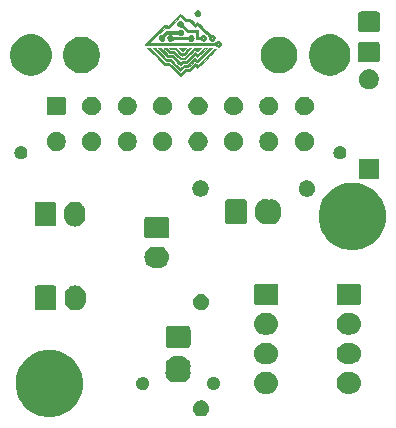
<source format=gbr>
G04 #@! TF.GenerationSoftware,KiCad,Pcbnew,5.1.6+dfsg1-1*
G04 #@! TF.CreationDate,2021-01-08T01:16:49+01:00*
G04 #@! TF.ProjectId,carabiner,63617261-6269-46e6-9572-2e6b69636164,rev?*
G04 #@! TF.SameCoordinates,Original*
G04 #@! TF.FileFunction,Soldermask,Top*
G04 #@! TF.FilePolarity,Negative*
%FSLAX46Y46*%
G04 Gerber Fmt 4.6, Leading zero omitted, Abs format (unit mm)*
G04 Created by KiCad (PCBNEW 5.1.6+dfsg1-1) date 2021-01-08 01:16:49*
%MOMM*%
%LPD*%
G01*
G04 APERTURE LIST*
%ADD10C,0.010000*%
%ADD11C,0.100000*%
G04 APERTURE END LIST*
D10*
G36*
X62480508Y-37612946D02*
G01*
X62512531Y-37623195D01*
X62551294Y-37645304D01*
X62601506Y-37683387D01*
X62667875Y-37741558D01*
X62755108Y-37823929D01*
X62867914Y-37934615D01*
X63011000Y-38077728D01*
X63177241Y-38245422D01*
X63805444Y-38880400D01*
X64203596Y-38880444D01*
X64664520Y-39346111D01*
X64796055Y-39478242D01*
X64914526Y-39595811D01*
X65014163Y-39693206D01*
X65089195Y-39764820D01*
X65133851Y-39805042D01*
X65143593Y-39811777D01*
X65170162Y-39793014D01*
X65226181Y-39742736D01*
X65301822Y-39669962D01*
X65343555Y-39628333D01*
X65525369Y-39444888D01*
X65892828Y-39444888D01*
X66153924Y-39184878D01*
X66415021Y-38924867D01*
X66601487Y-39105597D01*
X67303621Y-38400354D01*
X67467568Y-38236549D01*
X67619651Y-38086261D01*
X67755151Y-37954025D01*
X67869350Y-37844377D01*
X67957531Y-37761851D01*
X68014974Y-37710983D01*
X68036378Y-37696008D01*
X68082290Y-37712500D01*
X68114900Y-37733309D01*
X68123658Y-37745949D01*
X68121000Y-37766075D01*
X68103567Y-37797425D01*
X68068000Y-37843734D01*
X68010940Y-37908741D01*
X67929028Y-37996183D01*
X67818905Y-38109796D01*
X67677211Y-38253318D01*
X67500588Y-38430486D01*
X67379762Y-38551186D01*
X66596724Y-39332660D01*
X66504818Y-39242805D01*
X66412912Y-39152949D01*
X66195109Y-39369474D01*
X65977307Y-39586000D01*
X65606873Y-39586000D01*
X65378656Y-39811777D01*
X65287395Y-39901304D01*
X65211798Y-39974033D01*
X65160210Y-40022031D01*
X65141164Y-40037531D01*
X65119507Y-40018431D01*
X65063500Y-39964734D01*
X64978634Y-39881829D01*
X64870400Y-39775102D01*
X64744289Y-39649939D01*
X64638000Y-39543935D01*
X64144111Y-39050363D01*
X63946344Y-39050070D01*
X63748576Y-39049777D01*
X63050288Y-38351070D01*
X62887600Y-38187706D01*
X62738345Y-38036718D01*
X62607061Y-37902783D01*
X62498286Y-37790576D01*
X62416555Y-37704774D01*
X62366408Y-37650052D01*
X62352000Y-37631403D01*
X62376826Y-37617530D01*
X62437844Y-37610618D01*
X62450519Y-37610444D01*
X62480508Y-37612946D01*
G37*
X62480508Y-37612946D02*
X62512531Y-37623195D01*
X62551294Y-37645304D01*
X62601506Y-37683387D01*
X62667875Y-37741558D01*
X62755108Y-37823929D01*
X62867914Y-37934615D01*
X63011000Y-38077728D01*
X63177241Y-38245422D01*
X63805444Y-38880400D01*
X64203596Y-38880444D01*
X64664520Y-39346111D01*
X64796055Y-39478242D01*
X64914526Y-39595811D01*
X65014163Y-39693206D01*
X65089195Y-39764820D01*
X65133851Y-39805042D01*
X65143593Y-39811777D01*
X65170162Y-39793014D01*
X65226181Y-39742736D01*
X65301822Y-39669962D01*
X65343555Y-39628333D01*
X65525369Y-39444888D01*
X65892828Y-39444888D01*
X66153924Y-39184878D01*
X66415021Y-38924867D01*
X66601487Y-39105597D01*
X67303621Y-38400354D01*
X67467568Y-38236549D01*
X67619651Y-38086261D01*
X67755151Y-37954025D01*
X67869350Y-37844377D01*
X67957531Y-37761851D01*
X68014974Y-37710983D01*
X68036378Y-37696008D01*
X68082290Y-37712500D01*
X68114900Y-37733309D01*
X68123658Y-37745949D01*
X68121000Y-37766075D01*
X68103567Y-37797425D01*
X68068000Y-37843734D01*
X68010940Y-37908741D01*
X67929028Y-37996183D01*
X67818905Y-38109796D01*
X67677211Y-38253318D01*
X67500588Y-38430486D01*
X67379762Y-38551186D01*
X66596724Y-39332660D01*
X66504818Y-39242805D01*
X66412912Y-39152949D01*
X66195109Y-39369474D01*
X65977307Y-39586000D01*
X65606873Y-39586000D01*
X65378656Y-39811777D01*
X65287395Y-39901304D01*
X65211798Y-39974033D01*
X65160210Y-40022031D01*
X65141164Y-40037531D01*
X65119507Y-40018431D01*
X65063500Y-39964734D01*
X64978634Y-39881829D01*
X64870400Y-39775102D01*
X64744289Y-39649939D01*
X64638000Y-39543935D01*
X64144111Y-39050363D01*
X63946344Y-39050070D01*
X63748576Y-39049777D01*
X63050288Y-38351070D01*
X62887600Y-38187706D01*
X62738345Y-38036718D01*
X62607061Y-37902783D01*
X62498286Y-37790576D01*
X62416555Y-37704774D01*
X62366408Y-37650052D01*
X62352000Y-37631403D01*
X62376826Y-37617530D01*
X62437844Y-37610618D01*
X62450519Y-37610444D01*
X62480508Y-37612946D01*
G36*
X62970273Y-37618361D02*
G01*
X63006648Y-37633787D01*
X63052113Y-37664778D01*
X63112553Y-37716005D01*
X63193852Y-37792143D01*
X63301893Y-37897864D01*
X63442561Y-38037840D01*
X63479462Y-38074686D01*
X63948288Y-38542903D01*
X64130866Y-38544541D01*
X64313444Y-38546180D01*
X64723431Y-38953623D01*
X65133418Y-39361067D01*
X65258474Y-39233644D01*
X65327865Y-39165511D01*
X65381391Y-39127393D01*
X65440420Y-39110575D01*
X65526322Y-39106343D01*
X65570934Y-39106222D01*
X65758338Y-39106222D01*
X66078658Y-38781558D01*
X66398979Y-38456895D01*
X66492783Y-38547813D01*
X66586586Y-38638731D01*
X67103285Y-38122599D01*
X67260317Y-37965972D01*
X67382984Y-37844839D01*
X67476798Y-37754744D01*
X67547271Y-37691232D01*
X67599912Y-37649847D01*
X67640235Y-37626135D01*
X67673751Y-37615640D01*
X67705970Y-37613907D01*
X67730578Y-37615511D01*
X67841173Y-37624555D01*
X67225065Y-38231333D01*
X67071260Y-38382413D01*
X66930157Y-38520257D01*
X66806820Y-38639979D01*
X66706313Y-38736691D01*
X66633700Y-38805506D01*
X66594046Y-38841536D01*
X66588463Y-38845708D01*
X66557438Y-38832383D01*
X66508426Y-38789758D01*
X66501176Y-38782208D01*
X66447695Y-38734033D01*
X66406341Y-38711364D01*
X66403495Y-38711111D01*
X66373416Y-38730140D01*
X66312020Y-38782389D01*
X66227328Y-38860604D01*
X66127365Y-38957527D01*
X66091444Y-38993333D01*
X65810281Y-39275555D01*
X65443970Y-39275555D01*
X65130732Y-39585525D01*
X64694207Y-39148318D01*
X64257683Y-38711111D01*
X63890111Y-38710009D01*
X63340996Y-38167282D01*
X62791880Y-37624555D01*
X62901258Y-37615512D01*
X62937105Y-37613827D01*
X62970273Y-37618361D01*
G37*
X62970273Y-37618361D02*
X63006648Y-37633787D01*
X63052113Y-37664778D01*
X63112553Y-37716005D01*
X63193852Y-37792143D01*
X63301893Y-37897864D01*
X63442561Y-38037840D01*
X63479462Y-38074686D01*
X63948288Y-38542903D01*
X64130866Y-38544541D01*
X64313444Y-38546180D01*
X64723431Y-38953623D01*
X65133418Y-39361067D01*
X65258474Y-39233644D01*
X65327865Y-39165511D01*
X65381391Y-39127393D01*
X65440420Y-39110575D01*
X65526322Y-39106343D01*
X65570934Y-39106222D01*
X65758338Y-39106222D01*
X66078658Y-38781558D01*
X66398979Y-38456895D01*
X66492783Y-38547813D01*
X66586586Y-38638731D01*
X67103285Y-38122599D01*
X67260317Y-37965972D01*
X67382984Y-37844839D01*
X67476798Y-37754744D01*
X67547271Y-37691232D01*
X67599912Y-37649847D01*
X67640235Y-37626135D01*
X67673751Y-37615640D01*
X67705970Y-37613907D01*
X67730578Y-37615511D01*
X67841173Y-37624555D01*
X67225065Y-38231333D01*
X67071260Y-38382413D01*
X66930157Y-38520257D01*
X66806820Y-38639979D01*
X66706313Y-38736691D01*
X66633700Y-38805506D01*
X66594046Y-38841536D01*
X66588463Y-38845708D01*
X66557438Y-38832383D01*
X66508426Y-38789758D01*
X66501176Y-38782208D01*
X66447695Y-38734033D01*
X66406341Y-38711364D01*
X66403495Y-38711111D01*
X66373416Y-38730140D01*
X66312020Y-38782389D01*
X66227328Y-38860604D01*
X66127365Y-38957527D01*
X66091444Y-38993333D01*
X65810281Y-39275555D01*
X65443970Y-39275555D01*
X65130732Y-39585525D01*
X64694207Y-39148318D01*
X64257683Y-38711111D01*
X63890111Y-38710009D01*
X63340996Y-38167282D01*
X62791880Y-37624555D01*
X62901258Y-37615512D01*
X62937105Y-37613827D01*
X62970273Y-37618361D01*
G36*
X67262084Y-37614786D02*
G01*
X67264780Y-37614943D01*
X67378226Y-37621637D01*
X66582778Y-38414777D01*
X66496459Y-38319330D01*
X66410139Y-38223883D01*
X66052844Y-38580386D01*
X65695548Y-38936888D01*
X65510721Y-38936888D01*
X65407021Y-38939366D01*
X65340351Y-38950902D01*
X65291372Y-38977655D01*
X65244778Y-39021555D01*
X65190836Y-39074226D01*
X65153767Y-39103831D01*
X65147775Y-39106190D01*
X65123515Y-39087343D01*
X65065923Y-39035040D01*
X64981714Y-38955606D01*
X64877601Y-38855364D01*
X64773273Y-38753412D01*
X64414658Y-38400666D01*
X64030438Y-38400666D01*
X63656885Y-38026343D01*
X63539429Y-37907514D01*
X63437119Y-37801847D01*
X63356182Y-37715952D01*
X63302846Y-37656440D01*
X63283336Y-37629919D01*
X63283333Y-37629821D01*
X63308166Y-37618446D01*
X63370253Y-37616906D01*
X63396095Y-37618898D01*
X63444274Y-37627293D01*
X63491074Y-37646363D01*
X63544793Y-37682424D01*
X63613729Y-37741792D01*
X63706180Y-37830783D01*
X63805816Y-37930753D01*
X64102775Y-38231333D01*
X64296237Y-38231333D01*
X64399811Y-38232858D01*
X64466880Y-38242636D01*
X64517380Y-38268467D01*
X64571251Y-38318153D01*
X64602756Y-38351277D01*
X64672983Y-38424078D01*
X64768371Y-38520698D01*
X64873568Y-38625656D01*
X64930166Y-38681447D01*
X65144520Y-38891673D01*
X65210579Y-38829614D01*
X65259923Y-38793822D01*
X65322863Y-38774775D01*
X65417637Y-38767918D01*
X65459147Y-38767555D01*
X65641657Y-38767555D01*
X66015710Y-38386555D01*
X66133912Y-38267304D01*
X66239132Y-38163322D01*
X66324856Y-38080868D01*
X66384574Y-38026202D01*
X66411773Y-38005583D01*
X66412073Y-38005555D01*
X66444716Y-38024244D01*
X66494712Y-38069866D01*
X66500666Y-38076111D01*
X66553308Y-38124004D01*
X66593027Y-38146435D01*
X66595561Y-38146666D01*
X66624884Y-38127514D01*
X66685036Y-38075074D01*
X66767856Y-37996865D01*
X66865178Y-37900409D01*
X66887753Y-37877458D01*
X66995289Y-37768507D01*
X67072746Y-37693995D01*
X67129140Y-37647643D01*
X67173484Y-37623176D01*
X67214794Y-37614316D01*
X67262084Y-37614786D01*
G37*
X67262084Y-37614786D02*
X67264780Y-37614943D01*
X67378226Y-37621637D01*
X66582778Y-38414777D01*
X66496459Y-38319330D01*
X66410139Y-38223883D01*
X66052844Y-38580386D01*
X65695548Y-38936888D01*
X65510721Y-38936888D01*
X65407021Y-38939366D01*
X65340351Y-38950902D01*
X65291372Y-38977655D01*
X65244778Y-39021555D01*
X65190836Y-39074226D01*
X65153767Y-39103831D01*
X65147775Y-39106190D01*
X65123515Y-39087343D01*
X65065923Y-39035040D01*
X64981714Y-38955606D01*
X64877601Y-38855364D01*
X64773273Y-38753412D01*
X64414658Y-38400666D01*
X64030438Y-38400666D01*
X63656885Y-38026343D01*
X63539429Y-37907514D01*
X63437119Y-37801847D01*
X63356182Y-37715952D01*
X63302846Y-37656440D01*
X63283336Y-37629919D01*
X63283333Y-37629821D01*
X63308166Y-37618446D01*
X63370253Y-37616906D01*
X63396095Y-37618898D01*
X63444274Y-37627293D01*
X63491074Y-37646363D01*
X63544793Y-37682424D01*
X63613729Y-37741792D01*
X63706180Y-37830783D01*
X63805816Y-37930753D01*
X64102775Y-38231333D01*
X64296237Y-38231333D01*
X64399811Y-38232858D01*
X64466880Y-38242636D01*
X64517380Y-38268467D01*
X64571251Y-38318153D01*
X64602756Y-38351277D01*
X64672983Y-38424078D01*
X64768371Y-38520698D01*
X64873568Y-38625656D01*
X64930166Y-38681447D01*
X65144520Y-38891673D01*
X65210579Y-38829614D01*
X65259923Y-38793822D01*
X65322863Y-38774775D01*
X65417637Y-38767918D01*
X65459147Y-38767555D01*
X65641657Y-38767555D01*
X66015710Y-38386555D01*
X66133912Y-38267304D01*
X66239132Y-38163322D01*
X66324856Y-38080868D01*
X66384574Y-38026202D01*
X66411773Y-38005583D01*
X66412073Y-38005555D01*
X66444716Y-38024244D01*
X66494712Y-38069866D01*
X66500666Y-38076111D01*
X66553308Y-38124004D01*
X66593027Y-38146435D01*
X66595561Y-38146666D01*
X66624884Y-38127514D01*
X66685036Y-38075074D01*
X66767856Y-37996865D01*
X66865178Y-37900409D01*
X66887753Y-37877458D01*
X66995289Y-37768507D01*
X67072746Y-37693995D01*
X67129140Y-37647643D01*
X67173484Y-37623176D01*
X67214794Y-37614316D01*
X67262084Y-37614786D01*
G36*
X66723696Y-37612717D02*
G01*
X66820307Y-37617238D01*
X66880949Y-37625152D01*
X66895778Y-37632764D01*
X66876270Y-37662329D01*
X66826564Y-37715639D01*
X66759887Y-37780377D01*
X66689464Y-37844228D01*
X66628521Y-37894877D01*
X66590284Y-37920006D01*
X66586360Y-37920888D01*
X66555775Y-37902278D01*
X66506844Y-37856821D01*
X66500666Y-37850333D01*
X66451116Y-37802741D01*
X66418005Y-37780083D01*
X66416005Y-37779777D01*
X66391145Y-37798555D01*
X66332213Y-37851012D01*
X66245464Y-37931338D01*
X66137151Y-38033718D01*
X66013531Y-38152341D01*
X65976424Y-38188259D01*
X65555222Y-38596740D01*
X65314776Y-38597481D01*
X65074329Y-38598222D01*
X64540337Y-38062000D01*
X64160263Y-38062000D01*
X63947576Y-37848621D01*
X63860668Y-37760359D01*
X63790913Y-37687480D01*
X63746556Y-37638726D01*
X63734889Y-37623046D01*
X63759894Y-37616348D01*
X63822269Y-37614561D01*
X63846282Y-37615215D01*
X63915876Y-37624729D01*
X63977110Y-37653637D01*
X64047263Y-37711841D01*
X64092166Y-37756123D01*
X64165417Y-37828318D01*
X64220255Y-37869148D01*
X64277785Y-37887552D01*
X64359109Y-37892471D01*
X64414497Y-37892666D01*
X64602338Y-37892666D01*
X64882400Y-38174888D01*
X65162461Y-38457111D01*
X65471261Y-38457111D01*
X65890575Y-38037097D01*
X66309888Y-37617083D01*
X66602833Y-37612404D01*
X66723696Y-37612717D01*
G37*
X66723696Y-37612717D02*
X66820307Y-37617238D01*
X66880949Y-37625152D01*
X66895778Y-37632764D01*
X66876270Y-37662329D01*
X66826564Y-37715639D01*
X66759887Y-37780377D01*
X66689464Y-37844228D01*
X66628521Y-37894877D01*
X66590284Y-37920006D01*
X66586360Y-37920888D01*
X66555775Y-37902278D01*
X66506844Y-37856821D01*
X66500666Y-37850333D01*
X66451116Y-37802741D01*
X66418005Y-37780083D01*
X66416005Y-37779777D01*
X66391145Y-37798555D01*
X66332213Y-37851012D01*
X66245464Y-37931338D01*
X66137151Y-38033718D01*
X66013531Y-38152341D01*
X65976424Y-38188259D01*
X65555222Y-38596740D01*
X65314776Y-38597481D01*
X65074329Y-38598222D01*
X64540337Y-38062000D01*
X64160263Y-38062000D01*
X63947576Y-37848621D01*
X63860668Y-37760359D01*
X63790913Y-37687480D01*
X63746556Y-37638726D01*
X63734889Y-37623046D01*
X63759894Y-37616348D01*
X63822269Y-37614561D01*
X63846282Y-37615215D01*
X63915876Y-37624729D01*
X63977110Y-37653637D01*
X64047263Y-37711841D01*
X64092166Y-37756123D01*
X64165417Y-37828318D01*
X64220255Y-37869148D01*
X64277785Y-37887552D01*
X64359109Y-37892471D01*
X64414497Y-37892666D01*
X64602338Y-37892666D01*
X64882400Y-38174888D01*
X65162461Y-38457111D01*
X65471261Y-38457111D01*
X65890575Y-38037097D01*
X66309888Y-37617083D01*
X66602833Y-37612404D01*
X66723696Y-37612717D01*
G36*
X65045722Y-37864444D02*
G01*
X65145179Y-37959967D01*
X65231460Y-38039086D01*
X65296081Y-38094286D01*
X65330558Y-38118053D01*
X65332501Y-38118444D01*
X65361707Y-38099253D01*
X65421307Y-38046873D01*
X65502880Y-37969096D01*
X65598006Y-37873714D01*
X65607030Y-37864444D01*
X65713213Y-37756896D01*
X65790442Y-37684416D01*
X65847759Y-37640336D01*
X65894208Y-37617985D01*
X65938833Y-37610695D01*
X65951449Y-37610444D01*
X66016315Y-37615938D01*
X66048379Y-37629426D01*
X66049111Y-37632071D01*
X66030105Y-37658370D01*
X65977612Y-37716992D01*
X65898416Y-37800710D01*
X65799300Y-37902297D01*
X65731169Y-37970738D01*
X65592974Y-38107636D01*
X65485586Y-38205761D01*
X65399195Y-38265532D01*
X65323989Y-38287368D01*
X65250156Y-38271688D01*
X65167887Y-38218910D01*
X65067368Y-38129455D01*
X64939610Y-38004551D01*
X64652111Y-37721325D01*
X64476872Y-37726739D01*
X64344963Y-37720849D01*
X64256701Y-37694830D01*
X64216632Y-37650270D01*
X64214666Y-37635211D01*
X64240906Y-37624878D01*
X64311714Y-37616659D01*
X64415225Y-37611580D01*
X64500690Y-37610444D01*
X64786714Y-37610444D01*
X65045722Y-37864444D01*
G37*
X65045722Y-37864444D02*
X65145179Y-37959967D01*
X65231460Y-38039086D01*
X65296081Y-38094286D01*
X65330558Y-38118053D01*
X65332501Y-38118444D01*
X65361707Y-38099253D01*
X65421307Y-38046873D01*
X65502880Y-37969096D01*
X65598006Y-37873714D01*
X65607030Y-37864444D01*
X65713213Y-37756896D01*
X65790442Y-37684416D01*
X65847759Y-37640336D01*
X65894208Y-37617985D01*
X65938833Y-37610695D01*
X65951449Y-37610444D01*
X66016315Y-37615938D01*
X66048379Y-37629426D01*
X66049111Y-37632071D01*
X66030105Y-37658370D01*
X65977612Y-37716992D01*
X65898416Y-37800710D01*
X65799300Y-37902297D01*
X65731169Y-37970738D01*
X65592974Y-38107636D01*
X65485586Y-38205761D01*
X65399195Y-38265532D01*
X65323989Y-38287368D01*
X65250156Y-38271688D01*
X65167887Y-38218910D01*
X65067368Y-38129455D01*
X64939610Y-38004551D01*
X64652111Y-37721325D01*
X64476872Y-37726739D01*
X64344963Y-37720849D01*
X64256701Y-37694830D01*
X64216632Y-37650270D01*
X64214666Y-37635211D01*
X64240906Y-37624878D01*
X64311714Y-37616659D01*
X64415225Y-37611580D01*
X64500690Y-37610444D01*
X64786714Y-37610444D01*
X65045722Y-37864444D01*
G36*
X65311157Y-37614946D02*
G01*
X65430580Y-37616062D01*
X65525600Y-37618579D01*
X65584355Y-37622085D01*
X65597555Y-37624913D01*
X65579789Y-37648564D01*
X65533073Y-37701924D01*
X65467286Y-37773730D01*
X65463135Y-37778179D01*
X65328714Y-37922102D01*
X65176736Y-37768212D01*
X65024758Y-37614323D01*
X65311157Y-37614946D01*
G37*
X65311157Y-37614946D02*
X65430580Y-37616062D01*
X65525600Y-37618579D01*
X65584355Y-37622085D01*
X65597555Y-37624913D01*
X65579789Y-37648564D01*
X65533073Y-37701924D01*
X65467286Y-37773730D01*
X65463135Y-37778179D01*
X65328714Y-37922102D01*
X65176736Y-37768212D01*
X65024758Y-37614323D01*
X65311157Y-37614946D01*
G36*
X65366613Y-34955839D02*
G01*
X65595948Y-35183333D01*
X65972365Y-35183333D01*
X66180626Y-35395000D01*
X66268548Y-35482289D01*
X66342716Y-35552076D01*
X66393907Y-35595909D01*
X66411635Y-35606666D01*
X66444589Y-35587965D01*
X66494746Y-35542319D01*
X66500666Y-35536111D01*
X66551925Y-35488351D01*
X66588688Y-35465818D01*
X66591015Y-35465555D01*
X66616631Y-35484682D01*
X66676662Y-35538619D01*
X66765674Y-35622199D01*
X66878234Y-35730256D01*
X67008908Y-35857622D01*
X67152263Y-35999132D01*
X67154926Y-36001777D01*
X67317066Y-36162404D01*
X67444772Y-36287407D01*
X67543374Y-36381223D01*
X67618201Y-36448287D01*
X67674584Y-36493037D01*
X67717852Y-36519907D01*
X67753335Y-36533336D01*
X67786363Y-36537758D01*
X67799154Y-36538000D01*
X67911388Y-36559651D01*
X67991844Y-36616731D01*
X68039635Y-36697426D01*
X68053876Y-36789923D01*
X68033678Y-36882411D01*
X67978156Y-36963075D01*
X67886424Y-37020104D01*
X67836400Y-37034264D01*
X67769806Y-37037587D01*
X67709244Y-37010892D01*
X67655245Y-36967291D01*
X67593570Y-36902651D01*
X67567936Y-36840735D01*
X67565991Y-36790168D01*
X67744920Y-36790168D01*
X67758821Y-36837977D01*
X67772386Y-36849507D01*
X67830680Y-36861118D01*
X67871209Y-36829160D01*
X67877992Y-36781352D01*
X67848901Y-36730879D01*
X67813386Y-36721444D01*
X67765819Y-36742858D01*
X67744920Y-36790168D01*
X67565991Y-36790168D01*
X67565291Y-36771984D01*
X67565292Y-36735995D01*
X67559088Y-36702191D01*
X67542037Y-36664825D01*
X67509498Y-36618151D01*
X67456827Y-36556422D01*
X67379382Y-36473892D01*
X67272521Y-36364815D01*
X67131601Y-36223443D01*
X67082560Y-36174444D01*
X66595403Y-35687884D01*
X66505136Y-35780211D01*
X66414870Y-35872537D01*
X66153849Y-35612602D01*
X65892828Y-35352666D01*
X65520456Y-35352666D01*
X65332675Y-35163030D01*
X65144893Y-34973394D01*
X64672422Y-35445252D01*
X64199950Y-35917111D01*
X63807931Y-35917111D01*
X63157577Y-36566054D01*
X62507222Y-37214998D01*
X65305258Y-37215165D01*
X65769100Y-37215118D01*
X66179681Y-37214884D01*
X66540187Y-37214416D01*
X66853802Y-37213667D01*
X67123710Y-37212588D01*
X67353095Y-37211132D01*
X67545143Y-37209251D01*
X67703036Y-37206897D01*
X67829960Y-37204023D01*
X67929099Y-37200581D01*
X68003637Y-37196522D01*
X68056758Y-37191800D01*
X68091648Y-37186367D01*
X68111490Y-37180174D01*
X68119468Y-37173174D01*
X68119555Y-37172958D01*
X68154303Y-37133594D01*
X68218894Y-37091298D01*
X68232423Y-37084514D01*
X68298246Y-37057296D01*
X68348721Y-37055393D01*
X68412144Y-37079790D01*
X68436366Y-37091611D01*
X68532579Y-37165037D01*
X68580203Y-37259558D01*
X68577459Y-37364726D01*
X68522566Y-37470092D01*
X68504437Y-37491061D01*
X68418622Y-37546088D01*
X68317852Y-37553174D01*
X68215558Y-37513167D01*
X68161564Y-37469461D01*
X68077026Y-37384923D01*
X65099750Y-37377739D01*
X62122475Y-37370555D01*
X62176832Y-37315864D01*
X68252873Y-37315864D01*
X68275500Y-37360293D01*
X68327297Y-37380484D01*
X68342040Y-37379590D01*
X68395238Y-37351585D01*
X68405666Y-37314497D01*
X68383237Y-37266074D01*
X68332572Y-37245405D01*
X68278608Y-37261302D01*
X68271921Y-37267234D01*
X68252873Y-37315864D01*
X62176832Y-37315864D01*
X62944428Y-36543560D01*
X63766382Y-35716566D01*
X63941135Y-35728944D01*
X64115889Y-35741322D01*
X64626583Y-35234833D01*
X65137277Y-34728345D01*
X65366613Y-34955839D01*
G37*
X65366613Y-34955839D02*
X65595948Y-35183333D01*
X65972365Y-35183333D01*
X66180626Y-35395000D01*
X66268548Y-35482289D01*
X66342716Y-35552076D01*
X66393907Y-35595909D01*
X66411635Y-35606666D01*
X66444589Y-35587965D01*
X66494746Y-35542319D01*
X66500666Y-35536111D01*
X66551925Y-35488351D01*
X66588688Y-35465818D01*
X66591015Y-35465555D01*
X66616631Y-35484682D01*
X66676662Y-35538619D01*
X66765674Y-35622199D01*
X66878234Y-35730256D01*
X67008908Y-35857622D01*
X67152263Y-35999132D01*
X67154926Y-36001777D01*
X67317066Y-36162404D01*
X67444772Y-36287407D01*
X67543374Y-36381223D01*
X67618201Y-36448287D01*
X67674584Y-36493037D01*
X67717852Y-36519907D01*
X67753335Y-36533336D01*
X67786363Y-36537758D01*
X67799154Y-36538000D01*
X67911388Y-36559651D01*
X67991844Y-36616731D01*
X68039635Y-36697426D01*
X68053876Y-36789923D01*
X68033678Y-36882411D01*
X67978156Y-36963075D01*
X67886424Y-37020104D01*
X67836400Y-37034264D01*
X67769806Y-37037587D01*
X67709244Y-37010892D01*
X67655245Y-36967291D01*
X67593570Y-36902651D01*
X67567936Y-36840735D01*
X67565991Y-36790168D01*
X67744920Y-36790168D01*
X67758821Y-36837977D01*
X67772386Y-36849507D01*
X67830680Y-36861118D01*
X67871209Y-36829160D01*
X67877992Y-36781352D01*
X67848901Y-36730879D01*
X67813386Y-36721444D01*
X67765819Y-36742858D01*
X67744920Y-36790168D01*
X67565991Y-36790168D01*
X67565291Y-36771984D01*
X67565292Y-36735995D01*
X67559088Y-36702191D01*
X67542037Y-36664825D01*
X67509498Y-36618151D01*
X67456827Y-36556422D01*
X67379382Y-36473892D01*
X67272521Y-36364815D01*
X67131601Y-36223443D01*
X67082560Y-36174444D01*
X66595403Y-35687884D01*
X66505136Y-35780211D01*
X66414870Y-35872537D01*
X66153849Y-35612602D01*
X65892828Y-35352666D01*
X65520456Y-35352666D01*
X65332675Y-35163030D01*
X65144893Y-34973394D01*
X64672422Y-35445252D01*
X64199950Y-35917111D01*
X63807931Y-35917111D01*
X63157577Y-36566054D01*
X62507222Y-37214998D01*
X65305258Y-37215165D01*
X65769100Y-37215118D01*
X66179681Y-37214884D01*
X66540187Y-37214416D01*
X66853802Y-37213667D01*
X67123710Y-37212588D01*
X67353095Y-37211132D01*
X67545143Y-37209251D01*
X67703036Y-37206897D01*
X67829960Y-37204023D01*
X67929099Y-37200581D01*
X68003637Y-37196522D01*
X68056758Y-37191800D01*
X68091648Y-37186367D01*
X68111490Y-37180174D01*
X68119468Y-37173174D01*
X68119555Y-37172958D01*
X68154303Y-37133594D01*
X68218894Y-37091298D01*
X68232423Y-37084514D01*
X68298246Y-37057296D01*
X68348721Y-37055393D01*
X68412144Y-37079790D01*
X68436366Y-37091611D01*
X68532579Y-37165037D01*
X68580203Y-37259558D01*
X68577459Y-37364726D01*
X68522566Y-37470092D01*
X68504437Y-37491061D01*
X68418622Y-37546088D01*
X68317852Y-37553174D01*
X68215558Y-37513167D01*
X68161564Y-37469461D01*
X68077026Y-37384923D01*
X65099750Y-37377739D01*
X62122475Y-37370555D01*
X62176832Y-37315864D01*
X68252873Y-37315864D01*
X68275500Y-37360293D01*
X68327297Y-37380484D01*
X68342040Y-37379590D01*
X68395238Y-37351585D01*
X68405666Y-37314497D01*
X68383237Y-37266074D01*
X68332572Y-37245405D01*
X68278608Y-37261302D01*
X68271921Y-37267234D01*
X68252873Y-37315864D01*
X62176832Y-37315864D01*
X62944428Y-36543560D01*
X63766382Y-35716566D01*
X63941135Y-35728944D01*
X64115889Y-35741322D01*
X64626583Y-35234833D01*
X65137277Y-34728345D01*
X65366613Y-34955839D01*
G36*
X65242877Y-36105784D02*
G01*
X65319512Y-36162280D01*
X65369601Y-36243864D01*
X65382748Y-36343286D01*
X65356613Y-36437455D01*
X65289199Y-36522822D01*
X65196377Y-36569141D01*
X65094088Y-36574022D01*
X64998274Y-36535076D01*
X64956853Y-36497355D01*
X64932018Y-36470250D01*
X64905391Y-36450946D01*
X64867638Y-36438120D01*
X64809426Y-36430447D01*
X64721418Y-36426604D01*
X64594281Y-36425267D01*
X64447526Y-36425111D01*
X64000344Y-36425111D01*
X63890157Y-36537952D01*
X63825072Y-36610648D01*
X63793289Y-36669343D01*
X63784838Y-36736278D01*
X63785779Y-36770785D01*
X63775291Y-36886515D01*
X63726616Y-36965828D01*
X63639029Y-37016668D01*
X63573180Y-37038803D01*
X63528504Y-37040520D01*
X63480889Y-37026068D01*
X63388969Y-36968864D01*
X63333506Y-36886540D01*
X63312963Y-36791667D01*
X63313165Y-36790168D01*
X63483364Y-36790168D01*
X63497265Y-36837977D01*
X63510830Y-36849507D01*
X63569125Y-36861118D01*
X63609653Y-36829160D01*
X63616436Y-36781352D01*
X63587346Y-36730879D01*
X63551831Y-36721444D01*
X63504263Y-36742858D01*
X63483364Y-36790168D01*
X63313165Y-36790168D01*
X63325804Y-36696817D01*
X63370490Y-36614565D01*
X63445486Y-36557481D01*
X63540554Y-36538000D01*
X63600231Y-36528357D01*
X63664286Y-36494207D01*
X63745597Y-36427715D01*
X63790258Y-36386100D01*
X63853286Y-36325981D01*
X65065647Y-36325981D01*
X65072858Y-36357992D01*
X65106817Y-36390838D01*
X65152699Y-36384517D01*
X65189406Y-36345641D01*
X65197351Y-36318989D01*
X65191781Y-36269261D01*
X65149628Y-36255777D01*
X65086335Y-36275042D01*
X65065647Y-36325981D01*
X63853286Y-36325981D01*
X63949508Y-36234201D01*
X64417157Y-36233192D01*
X64589571Y-36232583D01*
X64714808Y-36230769D01*
X64802134Y-36226486D01*
X64860817Y-36218465D01*
X64900123Y-36205441D01*
X64929319Y-36186147D01*
X64957674Y-36159316D01*
X64957676Y-36159313D01*
X65051561Y-36097051D01*
X65150094Y-36081625D01*
X65242877Y-36105784D01*
G37*
X65242877Y-36105784D02*
X65319512Y-36162280D01*
X65369601Y-36243864D01*
X65382748Y-36343286D01*
X65356613Y-36437455D01*
X65289199Y-36522822D01*
X65196377Y-36569141D01*
X65094088Y-36574022D01*
X64998274Y-36535076D01*
X64956853Y-36497355D01*
X64932018Y-36470250D01*
X64905391Y-36450946D01*
X64867638Y-36438120D01*
X64809426Y-36430447D01*
X64721418Y-36426604D01*
X64594281Y-36425267D01*
X64447526Y-36425111D01*
X64000344Y-36425111D01*
X63890157Y-36537952D01*
X63825072Y-36610648D01*
X63793289Y-36669343D01*
X63784838Y-36736278D01*
X63785779Y-36770785D01*
X63775291Y-36886515D01*
X63726616Y-36965828D01*
X63639029Y-37016668D01*
X63573180Y-37038803D01*
X63528504Y-37040520D01*
X63480889Y-37026068D01*
X63388969Y-36968864D01*
X63333506Y-36886540D01*
X63312963Y-36791667D01*
X63313165Y-36790168D01*
X63483364Y-36790168D01*
X63497265Y-36837977D01*
X63510830Y-36849507D01*
X63569125Y-36861118D01*
X63609653Y-36829160D01*
X63616436Y-36781352D01*
X63587346Y-36730879D01*
X63551831Y-36721444D01*
X63504263Y-36742858D01*
X63483364Y-36790168D01*
X63313165Y-36790168D01*
X63325804Y-36696817D01*
X63370490Y-36614565D01*
X63445486Y-36557481D01*
X63540554Y-36538000D01*
X63600231Y-36528357D01*
X63664286Y-36494207D01*
X63745597Y-36427715D01*
X63790258Y-36386100D01*
X63853286Y-36325981D01*
X65065647Y-36325981D01*
X65072858Y-36357992D01*
X65106817Y-36390838D01*
X65152699Y-36384517D01*
X65189406Y-36345641D01*
X65197351Y-36318989D01*
X65191781Y-36269261D01*
X65149628Y-36255777D01*
X65086335Y-36275042D01*
X65065647Y-36325981D01*
X63853286Y-36325981D01*
X63949508Y-36234201D01*
X64417157Y-36233192D01*
X64589571Y-36232583D01*
X64714808Y-36230769D01*
X64802134Y-36226486D01*
X64860817Y-36218465D01*
X64900123Y-36205441D01*
X64929319Y-36186147D01*
X64957674Y-36159316D01*
X64957676Y-36159313D01*
X65051561Y-36097051D01*
X65150094Y-36081625D01*
X65242877Y-36105784D01*
G36*
X64426039Y-36582984D02*
G01*
X64473008Y-36622666D01*
X64557675Y-36707333D01*
X65762547Y-36707333D01*
X65847213Y-36622666D01*
X65942088Y-36557956D01*
X66039147Y-36540321D01*
X66129719Y-36561830D01*
X66205132Y-36614552D01*
X66256717Y-36690554D01*
X66275800Y-36781905D01*
X66253711Y-36880673D01*
X66207328Y-36952062D01*
X66120534Y-37015513D01*
X66017936Y-37036161D01*
X65917319Y-37013930D01*
X65840253Y-36953636D01*
X65778879Y-36876666D01*
X65151995Y-36876666D01*
X64925383Y-36877939D01*
X64747441Y-36881697D01*
X64620175Y-36887849D01*
X64545590Y-36896302D01*
X64525111Y-36905303D01*
X64502214Y-36938607D01*
X64446766Y-36980646D01*
X64378628Y-37019212D01*
X64317662Y-37042094D01*
X64299333Y-37044105D01*
X64239398Y-37032457D01*
X64196519Y-37018015D01*
X64109213Y-36955889D01*
X64059122Y-36864841D01*
X64051063Y-36779743D01*
X64222075Y-36779743D01*
X64243187Y-36834692D01*
X64276214Y-36869754D01*
X64302545Y-36866816D01*
X64340625Y-36831343D01*
X64369584Y-36786399D01*
X65967164Y-36786399D01*
X65974650Y-36834333D01*
X66007704Y-36873404D01*
X66053586Y-36858556D01*
X66077035Y-36834692D01*
X66098470Y-36778317D01*
X66081502Y-36728293D01*
X66035000Y-36707333D01*
X65987772Y-36730728D01*
X65967164Y-36786399D01*
X64369584Y-36786399D01*
X64369674Y-36786260D01*
X64353296Y-36746676D01*
X64304791Y-36712494D01*
X64280881Y-36707333D01*
X64236865Y-36729350D01*
X64222075Y-36779743D01*
X64051063Y-36779743D01*
X64049274Y-36760861D01*
X64082696Y-36659938D01*
X64119737Y-36612404D01*
X64217015Y-36548656D01*
X64321804Y-36538927D01*
X64426039Y-36582984D01*
G37*
X64426039Y-36582984D02*
X64473008Y-36622666D01*
X64557675Y-36707333D01*
X65762547Y-36707333D01*
X65847213Y-36622666D01*
X65942088Y-36557956D01*
X66039147Y-36540321D01*
X66129719Y-36561830D01*
X66205132Y-36614552D01*
X66256717Y-36690554D01*
X66275800Y-36781905D01*
X66253711Y-36880673D01*
X66207328Y-36952062D01*
X66120534Y-37015513D01*
X66017936Y-37036161D01*
X65917319Y-37013930D01*
X65840253Y-36953636D01*
X65778879Y-36876666D01*
X65151995Y-36876666D01*
X64925383Y-36877939D01*
X64747441Y-36881697D01*
X64620175Y-36887849D01*
X64545590Y-36896302D01*
X64525111Y-36905303D01*
X64502214Y-36938607D01*
X64446766Y-36980646D01*
X64378628Y-37019212D01*
X64317662Y-37042094D01*
X64299333Y-37044105D01*
X64239398Y-37032457D01*
X64196519Y-37018015D01*
X64109213Y-36955889D01*
X64059122Y-36864841D01*
X64051063Y-36779743D01*
X64222075Y-36779743D01*
X64243187Y-36834692D01*
X64276214Y-36869754D01*
X64302545Y-36866816D01*
X64340625Y-36831343D01*
X64369584Y-36786399D01*
X65967164Y-36786399D01*
X65974650Y-36834333D01*
X66007704Y-36873404D01*
X66053586Y-36858556D01*
X66077035Y-36834692D01*
X66098470Y-36778317D01*
X66081502Y-36728293D01*
X66035000Y-36707333D01*
X65987772Y-36730728D01*
X65967164Y-36786399D01*
X64369584Y-36786399D01*
X64369674Y-36786260D01*
X64353296Y-36746676D01*
X64304791Y-36712494D01*
X64280881Y-36707333D01*
X64236865Y-36729350D01*
X64222075Y-36779743D01*
X64051063Y-36779743D01*
X64049274Y-36760861D01*
X64082696Y-36659938D01*
X64119737Y-36612404D01*
X64217015Y-36548656D01*
X64321804Y-36538927D01*
X64426039Y-36582984D01*
G36*
X65215450Y-35352425D02*
G01*
X65223594Y-35354989D01*
X65309859Y-35409552D01*
X65367700Y-35496338D01*
X65386105Y-35595839D01*
X65380472Y-35632912D01*
X65380190Y-35668929D01*
X65401212Y-35713881D01*
X65449437Y-35775997D01*
X65530762Y-35863509D01*
X65585900Y-35919581D01*
X65807898Y-36142888D01*
X66670000Y-36142888D01*
X66670000Y-36425111D01*
X66670475Y-36553191D01*
X66673564Y-36635131D01*
X66681765Y-36681235D01*
X66697574Y-36701806D01*
X66723488Y-36707151D01*
X66738384Y-36707333D01*
X66802787Y-36687440D01*
X66875749Y-36637369D01*
X66891436Y-36622666D01*
X66984811Y-36559284D01*
X67081240Y-36541839D01*
X67171983Y-36562579D01*
X67248297Y-36613752D01*
X67301443Y-36687604D01*
X67322681Y-36776383D01*
X67303269Y-36872337D01*
X67255611Y-36945678D01*
X67160853Y-37016382D01*
X67052943Y-37033802D01*
X66940494Y-36996734D01*
X66931055Y-36991065D01*
X66871818Y-36947355D01*
X66840708Y-36911099D01*
X66839333Y-36905303D01*
X66813513Y-36889763D01*
X66745522Y-36879481D01*
X66671022Y-36876666D01*
X66502710Y-36876666D01*
X66500354Y-36796370D01*
X67012425Y-36796370D01*
X67032306Y-36844364D01*
X67041167Y-36851097D01*
X67088939Y-36854604D01*
X67129188Y-36821146D01*
X67143935Y-36769229D01*
X67139611Y-36749769D01*
X67101029Y-36714634D01*
X67072576Y-36712627D01*
X67027871Y-36743540D01*
X67012425Y-36796370D01*
X66500354Y-36796370D01*
X66494633Y-36601500D01*
X66486555Y-36326333D01*
X66112190Y-36318455D01*
X65737825Y-36310578D01*
X65493866Y-36071511D01*
X65388176Y-35969469D01*
X65311858Y-35901274D01*
X65255009Y-35860230D01*
X65207726Y-35839644D01*
X65160107Y-35832821D01*
X65140226Y-35832444D01*
X65029477Y-35810358D01*
X64949775Y-35752140D01*
X64902780Y-35669850D01*
X64892383Y-35592203D01*
X65065647Y-35592203D01*
X65072858Y-35624215D01*
X65106817Y-35657060D01*
X65152699Y-35650739D01*
X65189406Y-35611863D01*
X65197351Y-35585211D01*
X65191781Y-35535483D01*
X65149628Y-35522000D01*
X65086335Y-35541264D01*
X65065647Y-35592203D01*
X64892383Y-35592203D01*
X64890152Y-35575546D01*
X64913552Y-35481290D01*
X64974641Y-35399140D01*
X65072696Y-35341993D01*
X65135081Y-35337611D01*
X65215450Y-35352425D01*
G37*
X65215450Y-35352425D02*
X65223594Y-35354989D01*
X65309859Y-35409552D01*
X65367700Y-35496338D01*
X65386105Y-35595839D01*
X65380472Y-35632912D01*
X65380190Y-35668929D01*
X65401212Y-35713881D01*
X65449437Y-35775997D01*
X65530762Y-35863509D01*
X65585900Y-35919581D01*
X65807898Y-36142888D01*
X66670000Y-36142888D01*
X66670000Y-36425111D01*
X66670475Y-36553191D01*
X66673564Y-36635131D01*
X66681765Y-36681235D01*
X66697574Y-36701806D01*
X66723488Y-36707151D01*
X66738384Y-36707333D01*
X66802787Y-36687440D01*
X66875749Y-36637369D01*
X66891436Y-36622666D01*
X66984811Y-36559284D01*
X67081240Y-36541839D01*
X67171983Y-36562579D01*
X67248297Y-36613752D01*
X67301443Y-36687604D01*
X67322681Y-36776383D01*
X67303269Y-36872337D01*
X67255611Y-36945678D01*
X67160853Y-37016382D01*
X67052943Y-37033802D01*
X66940494Y-36996734D01*
X66931055Y-36991065D01*
X66871818Y-36947355D01*
X66840708Y-36911099D01*
X66839333Y-36905303D01*
X66813513Y-36889763D01*
X66745522Y-36879481D01*
X66671022Y-36876666D01*
X66502710Y-36876666D01*
X66500354Y-36796370D01*
X67012425Y-36796370D01*
X67032306Y-36844364D01*
X67041167Y-36851097D01*
X67088939Y-36854604D01*
X67129188Y-36821146D01*
X67143935Y-36769229D01*
X67139611Y-36749769D01*
X67101029Y-36714634D01*
X67072576Y-36712627D01*
X67027871Y-36743540D01*
X67012425Y-36796370D01*
X66500354Y-36796370D01*
X66494633Y-36601500D01*
X66486555Y-36326333D01*
X66112190Y-36318455D01*
X65737825Y-36310578D01*
X65493866Y-36071511D01*
X65388176Y-35969469D01*
X65311858Y-35901274D01*
X65255009Y-35860230D01*
X65207726Y-35839644D01*
X65160107Y-35832821D01*
X65140226Y-35832444D01*
X65029477Y-35810358D01*
X64949775Y-35752140D01*
X64902780Y-35669850D01*
X64892383Y-35592203D01*
X65065647Y-35592203D01*
X65072858Y-35624215D01*
X65106817Y-35657060D01*
X65152699Y-35650739D01*
X65189406Y-35611863D01*
X65197351Y-35585211D01*
X65191781Y-35535483D01*
X65149628Y-35522000D01*
X65086335Y-35541264D01*
X65065647Y-35592203D01*
X64892383Y-35592203D01*
X64890152Y-35575546D01*
X64913552Y-35481290D01*
X64974641Y-35399140D01*
X65072696Y-35341993D01*
X65135081Y-35337611D01*
X65215450Y-35352425D01*
G36*
X66643465Y-34459854D02*
G01*
X66743807Y-34519657D01*
X66756837Y-34532051D01*
X66824798Y-34631727D01*
X66842992Y-34734719D01*
X66815222Y-34829302D01*
X66745289Y-34903754D01*
X66636996Y-34946351D01*
X66621685Y-34948755D01*
X66539700Y-34953802D01*
X66481987Y-34934458D01*
X66419535Y-34880762D01*
X66417362Y-34878593D01*
X66350685Y-34790882D01*
X66337012Y-34713692D01*
X66516467Y-34713692D01*
X66536738Y-34756560D01*
X66592611Y-34786573D01*
X66639304Y-34767085D01*
X66652961Y-34743342D01*
X66656888Y-34681435D01*
X66614090Y-34649841D01*
X66586687Y-34647111D01*
X66534283Y-34667553D01*
X66516467Y-34713692D01*
X66337012Y-34713692D01*
X66335201Y-34703471D01*
X66368566Y-34600770D01*
X66373959Y-34590101D01*
X66447977Y-34496677D01*
X66541334Y-34452727D01*
X66643465Y-34459854D01*
G37*
X66643465Y-34459854D02*
X66743807Y-34519657D01*
X66756837Y-34532051D01*
X66824798Y-34631727D01*
X66842992Y-34734719D01*
X66815222Y-34829302D01*
X66745289Y-34903754D01*
X66636996Y-34946351D01*
X66621685Y-34948755D01*
X66539700Y-34953802D01*
X66481987Y-34934458D01*
X66419535Y-34880762D01*
X66417362Y-34878593D01*
X66350685Y-34790882D01*
X66337012Y-34713692D01*
X66516467Y-34713692D01*
X66536738Y-34756560D01*
X66592611Y-34786573D01*
X66639304Y-34767085D01*
X66652961Y-34743342D01*
X66656888Y-34681435D01*
X66614090Y-34649841D01*
X66586687Y-34647111D01*
X66534283Y-34667553D01*
X66516467Y-34713692D01*
X66337012Y-34713692D01*
X66335201Y-34703471D01*
X66368566Y-34600770D01*
X66373959Y-34590101D01*
X66447977Y-34496677D01*
X66541334Y-34452727D01*
X66643465Y-34459854D01*
D11*
G36*
X54881606Y-63308562D02*
G01*
X55400455Y-63523476D01*
X55759761Y-63763557D01*
X55867406Y-63835483D01*
X56264517Y-64232594D01*
X56308888Y-64299000D01*
X56576524Y-64699545D01*
X56791438Y-65218394D01*
X56839101Y-65458012D01*
X56877993Y-65653534D01*
X56901000Y-65769201D01*
X56901000Y-66330799D01*
X56791438Y-66881606D01*
X56576524Y-67400455D01*
X56481896Y-67542075D01*
X56292814Y-67825057D01*
X56264516Y-67867407D01*
X55867407Y-68264516D01*
X55400455Y-68576524D01*
X54881606Y-68791438D01*
X54657577Y-68836000D01*
X54330800Y-68901000D01*
X53769200Y-68901000D01*
X53442423Y-68836000D01*
X53218394Y-68791438D01*
X52699545Y-68576524D01*
X52232593Y-68264516D01*
X51835484Y-67867407D01*
X51807187Y-67825057D01*
X51618104Y-67542075D01*
X51523476Y-67400455D01*
X51308562Y-66881606D01*
X51199000Y-66330799D01*
X51199000Y-65769201D01*
X51222008Y-65653534D01*
X51260899Y-65458012D01*
X51308562Y-65218394D01*
X51523476Y-64699545D01*
X51791112Y-64299000D01*
X51835483Y-64232594D01*
X52232594Y-63835483D01*
X52340239Y-63763557D01*
X52699545Y-63523476D01*
X53218394Y-63308562D01*
X53769200Y-63199000D01*
X54330800Y-63199000D01*
X54881606Y-63308562D01*
G37*
G36*
X67110098Y-67490362D02*
G01*
X67234941Y-67542074D01*
X67234943Y-67542075D01*
X67347299Y-67617149D01*
X67442851Y-67712701D01*
X67517926Y-67825059D01*
X67569638Y-67949902D01*
X67596000Y-68082434D01*
X67596000Y-68217566D01*
X67569638Y-68350098D01*
X67517926Y-68474941D01*
X67517925Y-68474943D01*
X67442851Y-68587299D01*
X67347299Y-68682851D01*
X67234943Y-68757925D01*
X67234942Y-68757926D01*
X67234941Y-68757926D01*
X67110098Y-68809638D01*
X66977566Y-68836000D01*
X66842434Y-68836000D01*
X66709902Y-68809638D01*
X66585059Y-68757926D01*
X66585058Y-68757926D01*
X66585057Y-68757925D01*
X66472701Y-68682851D01*
X66377149Y-68587299D01*
X66302075Y-68474943D01*
X66302074Y-68474941D01*
X66250362Y-68350098D01*
X66224000Y-68217566D01*
X66224000Y-68082434D01*
X66250362Y-67949902D01*
X66302074Y-67825059D01*
X66377149Y-67712701D01*
X66472701Y-67617149D01*
X66585057Y-67542075D01*
X66585059Y-67542074D01*
X66709902Y-67490362D01*
X66842434Y-67464000D01*
X66977566Y-67464000D01*
X67110098Y-67490362D01*
G37*
G36*
X72635442Y-65105518D02*
G01*
X72701627Y-65112037D01*
X72871466Y-65163557D01*
X73027991Y-65247222D01*
X73063729Y-65276552D01*
X73165186Y-65359814D01*
X73245774Y-65458012D01*
X73277778Y-65497009D01*
X73361443Y-65653534D01*
X73412963Y-65823373D01*
X73430359Y-66000000D01*
X73412963Y-66176627D01*
X73361443Y-66346466D01*
X73277778Y-66502991D01*
X73248448Y-66538729D01*
X73165186Y-66640186D01*
X73063729Y-66723448D01*
X73027991Y-66752778D01*
X72871466Y-66836443D01*
X72701627Y-66887963D01*
X72635443Y-66894481D01*
X72569260Y-66901000D01*
X72230740Y-66901000D01*
X72164557Y-66894481D01*
X72098373Y-66887963D01*
X71928534Y-66836443D01*
X71772009Y-66752778D01*
X71736271Y-66723448D01*
X71634814Y-66640186D01*
X71551552Y-66538729D01*
X71522222Y-66502991D01*
X71438557Y-66346466D01*
X71387037Y-66176627D01*
X71369641Y-66000000D01*
X71387037Y-65823373D01*
X71438557Y-65653534D01*
X71522222Y-65497009D01*
X71554226Y-65458012D01*
X71634814Y-65359814D01*
X71736271Y-65276552D01*
X71772009Y-65247222D01*
X71928534Y-65163557D01*
X72098373Y-65112037D01*
X72164558Y-65105518D01*
X72230740Y-65099000D01*
X72569260Y-65099000D01*
X72635442Y-65105518D01*
G37*
G36*
X79635442Y-65105518D02*
G01*
X79701627Y-65112037D01*
X79871466Y-65163557D01*
X80027991Y-65247222D01*
X80063729Y-65276552D01*
X80165186Y-65359814D01*
X80245774Y-65458012D01*
X80277778Y-65497009D01*
X80361443Y-65653534D01*
X80412963Y-65823373D01*
X80430359Y-66000000D01*
X80412963Y-66176627D01*
X80361443Y-66346466D01*
X80277778Y-66502991D01*
X80248448Y-66538729D01*
X80165186Y-66640186D01*
X80063729Y-66723448D01*
X80027991Y-66752778D01*
X79871466Y-66836443D01*
X79701627Y-66887963D01*
X79635443Y-66894481D01*
X79569260Y-66901000D01*
X79230740Y-66901000D01*
X79164557Y-66894481D01*
X79098373Y-66887963D01*
X78928534Y-66836443D01*
X78772009Y-66752778D01*
X78736271Y-66723448D01*
X78634814Y-66640186D01*
X78551552Y-66538729D01*
X78522222Y-66502991D01*
X78438557Y-66346466D01*
X78387037Y-66176627D01*
X78369641Y-66000000D01*
X78387037Y-65823373D01*
X78438557Y-65653534D01*
X78522222Y-65497009D01*
X78554226Y-65458012D01*
X78634814Y-65359814D01*
X78736271Y-65276552D01*
X78772009Y-65247222D01*
X78928534Y-65163557D01*
X79098373Y-65112037D01*
X79164558Y-65105518D01*
X79230740Y-65099000D01*
X79569260Y-65099000D01*
X79635442Y-65105518D01*
G37*
G36*
X68110721Y-65510174D02*
G01*
X68210995Y-65551709D01*
X68210996Y-65551710D01*
X68301242Y-65612010D01*
X68377990Y-65688758D01*
X68377991Y-65688760D01*
X68438291Y-65779005D01*
X68479826Y-65879279D01*
X68501000Y-65985730D01*
X68501000Y-66094270D01*
X68479826Y-66200721D01*
X68438291Y-66300995D01*
X68418376Y-66330800D01*
X68377990Y-66391242D01*
X68301242Y-66467990D01*
X68255812Y-66498345D01*
X68210995Y-66528291D01*
X68110721Y-66569826D01*
X68004270Y-66591000D01*
X67895730Y-66591000D01*
X67789279Y-66569826D01*
X67689005Y-66528291D01*
X67644188Y-66498345D01*
X67598758Y-66467990D01*
X67522010Y-66391242D01*
X67481624Y-66330800D01*
X67461709Y-66300995D01*
X67420174Y-66200721D01*
X67399000Y-66094270D01*
X67399000Y-65985730D01*
X67420174Y-65879279D01*
X67461709Y-65779005D01*
X67522009Y-65688760D01*
X67522010Y-65688758D01*
X67598758Y-65612010D01*
X67689004Y-65551710D01*
X67689005Y-65551709D01*
X67789279Y-65510174D01*
X67895730Y-65489000D01*
X68004270Y-65489000D01*
X68110721Y-65510174D01*
G37*
G36*
X62110721Y-65510174D02*
G01*
X62210995Y-65551709D01*
X62210996Y-65551710D01*
X62301242Y-65612010D01*
X62377990Y-65688758D01*
X62377991Y-65688760D01*
X62438291Y-65779005D01*
X62479826Y-65879279D01*
X62501000Y-65985730D01*
X62501000Y-66094270D01*
X62479826Y-66200721D01*
X62438291Y-66300995D01*
X62418376Y-66330800D01*
X62377990Y-66391242D01*
X62301242Y-66467990D01*
X62255812Y-66498345D01*
X62210995Y-66528291D01*
X62110721Y-66569826D01*
X62004270Y-66591000D01*
X61895730Y-66591000D01*
X61789279Y-66569826D01*
X61689005Y-66528291D01*
X61644188Y-66498345D01*
X61598758Y-66467990D01*
X61522010Y-66391242D01*
X61481624Y-66330800D01*
X61461709Y-66300995D01*
X61420174Y-66200721D01*
X61399000Y-66094270D01*
X61399000Y-65985730D01*
X61420174Y-65879279D01*
X61461709Y-65779005D01*
X61522009Y-65688760D01*
X61522010Y-65688758D01*
X61598758Y-65612010D01*
X61689004Y-65551710D01*
X61689005Y-65551709D01*
X61789279Y-65510174D01*
X61895730Y-65489000D01*
X62004270Y-65489000D01*
X62110721Y-65510174D01*
G37*
G36*
X65210442Y-63705518D02*
G01*
X65276627Y-63712037D01*
X65446466Y-63763557D01*
X65602991Y-63847222D01*
X65638729Y-63876552D01*
X65740186Y-63959814D01*
X65823448Y-64061271D01*
X65852778Y-64097009D01*
X65852779Y-64097011D01*
X65936040Y-64252779D01*
X65936443Y-64253534D01*
X65987963Y-64423373D01*
X65987963Y-64423375D01*
X66005359Y-64600000D01*
X65987963Y-64776628D01*
X65971879Y-64829648D01*
X65967098Y-64853682D01*
X65967098Y-64878186D01*
X65971876Y-64902211D01*
X65999410Y-64992977D01*
X66014875Y-65150000D01*
X65999410Y-65307023D01*
X65968875Y-65407682D01*
X65953608Y-65458013D01*
X65879229Y-65597165D01*
X65779133Y-65719133D01*
X65657165Y-65819229D01*
X65518013Y-65893608D01*
X65493644Y-65901000D01*
X65367023Y-65939410D01*
X65288571Y-65947137D01*
X65249346Y-65951000D01*
X64650654Y-65951000D01*
X64611429Y-65947137D01*
X64532977Y-65939410D01*
X64406356Y-65901000D01*
X64381987Y-65893608D01*
X64242835Y-65819229D01*
X64120867Y-65719133D01*
X64020771Y-65597165D01*
X63946392Y-65458013D01*
X63931125Y-65407682D01*
X63900590Y-65307023D01*
X63885125Y-65150000D01*
X63900590Y-64992977D01*
X63928124Y-64902211D01*
X63932902Y-64878186D01*
X63932902Y-64853682D01*
X63928121Y-64829648D01*
X63912037Y-64776628D01*
X63894641Y-64600000D01*
X63912037Y-64423375D01*
X63912037Y-64423373D01*
X63963557Y-64253534D01*
X63963961Y-64252779D01*
X64047221Y-64097011D01*
X64047222Y-64097009D01*
X64076552Y-64061271D01*
X64159814Y-63959814D01*
X64261271Y-63876552D01*
X64297009Y-63847222D01*
X64453534Y-63763557D01*
X64623373Y-63712037D01*
X64689558Y-63705518D01*
X64755740Y-63699000D01*
X65144260Y-63699000D01*
X65210442Y-63705518D01*
G37*
G36*
X72635442Y-62605518D02*
G01*
X72701627Y-62612037D01*
X72871466Y-62663557D01*
X73027991Y-62747222D01*
X73063729Y-62776552D01*
X73165186Y-62859814D01*
X73223340Y-62930676D01*
X73277778Y-62997009D01*
X73361443Y-63153534D01*
X73412963Y-63323373D01*
X73430359Y-63500000D01*
X73412963Y-63676627D01*
X73364774Y-63835484D01*
X73361442Y-63846468D01*
X73361039Y-63847222D01*
X73277778Y-64002991D01*
X73248448Y-64038729D01*
X73165186Y-64140186D01*
X73063729Y-64223448D01*
X73027991Y-64252778D01*
X72871466Y-64336443D01*
X72701627Y-64387963D01*
X72635442Y-64394482D01*
X72569260Y-64401000D01*
X72230740Y-64401000D01*
X72164558Y-64394482D01*
X72098373Y-64387963D01*
X71928534Y-64336443D01*
X71772009Y-64252778D01*
X71736271Y-64223448D01*
X71634814Y-64140186D01*
X71551552Y-64038729D01*
X71522222Y-64002991D01*
X71438961Y-63847222D01*
X71438558Y-63846468D01*
X71435226Y-63835484D01*
X71387037Y-63676627D01*
X71369641Y-63500000D01*
X71387037Y-63323373D01*
X71438557Y-63153534D01*
X71522222Y-62997009D01*
X71576660Y-62930676D01*
X71634814Y-62859814D01*
X71736271Y-62776552D01*
X71772009Y-62747222D01*
X71928534Y-62663557D01*
X72098373Y-62612037D01*
X72164558Y-62605518D01*
X72230740Y-62599000D01*
X72569260Y-62599000D01*
X72635442Y-62605518D01*
G37*
G36*
X79635442Y-62605518D02*
G01*
X79701627Y-62612037D01*
X79871466Y-62663557D01*
X80027991Y-62747222D01*
X80063729Y-62776552D01*
X80165186Y-62859814D01*
X80223340Y-62930676D01*
X80277778Y-62997009D01*
X80361443Y-63153534D01*
X80412963Y-63323373D01*
X80430359Y-63500000D01*
X80412963Y-63676627D01*
X80364774Y-63835484D01*
X80361442Y-63846468D01*
X80361039Y-63847222D01*
X80277778Y-64002991D01*
X80248448Y-64038729D01*
X80165186Y-64140186D01*
X80063729Y-64223448D01*
X80027991Y-64252778D01*
X79871466Y-64336443D01*
X79701627Y-64387963D01*
X79635442Y-64394482D01*
X79569260Y-64401000D01*
X79230740Y-64401000D01*
X79164558Y-64394482D01*
X79098373Y-64387963D01*
X78928534Y-64336443D01*
X78772009Y-64252778D01*
X78736271Y-64223448D01*
X78634814Y-64140186D01*
X78551552Y-64038729D01*
X78522222Y-64002991D01*
X78438961Y-63847222D01*
X78438558Y-63846468D01*
X78435226Y-63835484D01*
X78387037Y-63676627D01*
X78369641Y-63500000D01*
X78387037Y-63323373D01*
X78438557Y-63153534D01*
X78522222Y-62997009D01*
X78576660Y-62930676D01*
X78634814Y-62859814D01*
X78736271Y-62776552D01*
X78772009Y-62747222D01*
X78928534Y-62663557D01*
X79098373Y-62612037D01*
X79164558Y-62605518D01*
X79230740Y-62599000D01*
X79569260Y-62599000D01*
X79635442Y-62605518D01*
G37*
G36*
X65858600Y-61202989D02*
G01*
X65891652Y-61213015D01*
X65922103Y-61229292D01*
X65948799Y-61251201D01*
X65970708Y-61277897D01*
X65986985Y-61308348D01*
X65997011Y-61341400D01*
X66001000Y-61381903D01*
X66001000Y-61459036D01*
X66003402Y-61483422D01*
X66006383Y-61495323D01*
X66006878Y-61496954D01*
X66011000Y-61538807D01*
X66011000Y-62761193D01*
X66006878Y-62803046D01*
X66003943Y-62812720D01*
X65999162Y-62836757D01*
X65997011Y-62858600D01*
X65986985Y-62891652D01*
X65970708Y-62922103D01*
X65948799Y-62948799D01*
X65922103Y-62970708D01*
X65891652Y-62986985D01*
X65858600Y-62997011D01*
X65818097Y-63001000D01*
X64081903Y-63001000D01*
X64041400Y-62997011D01*
X64008348Y-62986985D01*
X63977897Y-62970708D01*
X63951201Y-62948799D01*
X63929292Y-62922103D01*
X63913015Y-62891652D01*
X63902989Y-62858600D01*
X63900838Y-62836757D01*
X63896057Y-62812720D01*
X63893122Y-62803046D01*
X63889000Y-62761193D01*
X63889000Y-61538807D01*
X63893122Y-61496954D01*
X63893617Y-61495323D01*
X63898398Y-61471290D01*
X63899000Y-61459036D01*
X63899000Y-61381903D01*
X63902989Y-61341400D01*
X63913015Y-61308348D01*
X63929292Y-61277897D01*
X63951201Y-61251201D01*
X63977897Y-61229292D01*
X64008348Y-61213015D01*
X64041400Y-61202989D01*
X64081903Y-61199000D01*
X65818097Y-61199000D01*
X65858600Y-61202989D01*
G37*
G36*
X79635442Y-60105518D02*
G01*
X79701627Y-60112037D01*
X79871466Y-60163557D01*
X80027991Y-60247222D01*
X80063729Y-60276552D01*
X80165186Y-60359814D01*
X80248448Y-60461271D01*
X80277778Y-60497009D01*
X80361443Y-60653534D01*
X80412963Y-60823373D01*
X80430359Y-61000000D01*
X80412963Y-61176627D01*
X80361443Y-61346466D01*
X80361442Y-61346468D01*
X80352825Y-61362589D01*
X80277778Y-61502991D01*
X80268816Y-61513911D01*
X80165186Y-61640186D01*
X80063729Y-61723448D01*
X80027991Y-61752778D01*
X79871466Y-61836443D01*
X79701627Y-61887963D01*
X79635443Y-61894481D01*
X79569260Y-61901000D01*
X79230740Y-61901000D01*
X79164557Y-61894481D01*
X79098373Y-61887963D01*
X78928534Y-61836443D01*
X78772009Y-61752778D01*
X78736271Y-61723448D01*
X78634814Y-61640186D01*
X78531184Y-61513911D01*
X78522222Y-61502991D01*
X78447175Y-61362589D01*
X78438558Y-61346468D01*
X78438557Y-61346466D01*
X78387037Y-61176627D01*
X78369641Y-61000000D01*
X78387037Y-60823373D01*
X78438557Y-60653534D01*
X78522222Y-60497009D01*
X78551552Y-60461271D01*
X78634814Y-60359814D01*
X78736271Y-60276552D01*
X78772009Y-60247222D01*
X78928534Y-60163557D01*
X79098373Y-60112037D01*
X79164558Y-60105518D01*
X79230740Y-60099000D01*
X79569260Y-60099000D01*
X79635442Y-60105518D01*
G37*
G36*
X72635442Y-60105518D02*
G01*
X72701627Y-60112037D01*
X72871466Y-60163557D01*
X73027991Y-60247222D01*
X73063729Y-60276552D01*
X73165186Y-60359814D01*
X73248448Y-60461271D01*
X73277778Y-60497009D01*
X73361443Y-60653534D01*
X73412963Y-60823373D01*
X73430359Y-61000000D01*
X73412963Y-61176627D01*
X73361443Y-61346466D01*
X73361442Y-61346468D01*
X73352825Y-61362589D01*
X73277778Y-61502991D01*
X73268816Y-61513911D01*
X73165186Y-61640186D01*
X73063729Y-61723448D01*
X73027991Y-61752778D01*
X72871466Y-61836443D01*
X72701627Y-61887963D01*
X72635443Y-61894481D01*
X72569260Y-61901000D01*
X72230740Y-61901000D01*
X72164557Y-61894481D01*
X72098373Y-61887963D01*
X71928534Y-61836443D01*
X71772009Y-61752778D01*
X71736271Y-61723448D01*
X71634814Y-61640186D01*
X71531184Y-61513911D01*
X71522222Y-61502991D01*
X71447175Y-61362589D01*
X71438558Y-61346468D01*
X71438557Y-61346466D01*
X71387037Y-61176627D01*
X71369641Y-61000000D01*
X71387037Y-60823373D01*
X71438557Y-60653534D01*
X71522222Y-60497009D01*
X71551552Y-60461271D01*
X71634814Y-60359814D01*
X71736271Y-60276552D01*
X71772009Y-60247222D01*
X71928534Y-60163557D01*
X72098373Y-60112037D01*
X72164558Y-60105518D01*
X72230740Y-60099000D01*
X72569260Y-60099000D01*
X72635442Y-60105518D01*
G37*
G36*
X56426626Y-57762037D02*
G01*
X56596465Y-57813557D01*
X56596467Y-57813558D01*
X56752989Y-57897221D01*
X56890186Y-58009814D01*
X56973448Y-58111271D01*
X57002778Y-58147009D01*
X57086443Y-58303534D01*
X57137963Y-58473373D01*
X57151000Y-58605742D01*
X57151000Y-58994257D01*
X57137963Y-59126626D01*
X57086443Y-59296466D01*
X57002778Y-59452991D01*
X56984764Y-59474941D01*
X56890186Y-59590186D01*
X56795250Y-59668097D01*
X56752991Y-59702778D01*
X56596466Y-59786443D01*
X56426627Y-59837963D01*
X56250000Y-59855359D01*
X56073374Y-59837963D01*
X55903535Y-59786443D01*
X55747010Y-59702778D01*
X55609815Y-59590185D01*
X55497222Y-59452991D01*
X55413557Y-59296466D01*
X55362037Y-59126627D01*
X55349000Y-58994258D01*
X55349000Y-58605743D01*
X55362037Y-58473374D01*
X55413557Y-58303535D01*
X55497222Y-58147010D01*
X55497223Y-58147009D01*
X55609814Y-58009814D01*
X55711271Y-57926552D01*
X55747009Y-57897222D01*
X55903534Y-57813557D01*
X56073373Y-57762037D01*
X56250000Y-57744641D01*
X56426626Y-57762037D01*
G37*
G36*
X54508600Y-57752989D02*
G01*
X54541652Y-57763015D01*
X54572103Y-57779292D01*
X54598799Y-57801201D01*
X54620708Y-57827897D01*
X54636985Y-57858348D01*
X54647011Y-57891400D01*
X54651000Y-57931903D01*
X54651000Y-59668097D01*
X54647011Y-59708600D01*
X54636985Y-59741652D01*
X54620708Y-59772103D01*
X54598799Y-59798799D01*
X54572103Y-59820708D01*
X54541652Y-59836985D01*
X54508600Y-59847011D01*
X54468097Y-59851000D01*
X53031903Y-59851000D01*
X52991400Y-59847011D01*
X52958348Y-59836985D01*
X52927897Y-59820708D01*
X52901201Y-59798799D01*
X52879292Y-59772103D01*
X52863015Y-59741652D01*
X52852989Y-59708600D01*
X52849000Y-59668097D01*
X52849000Y-57931903D01*
X52852989Y-57891400D01*
X52863015Y-57858348D01*
X52879292Y-57827897D01*
X52901201Y-57801201D01*
X52927897Y-57779292D01*
X52958348Y-57763015D01*
X52991400Y-57752989D01*
X53031903Y-57749000D01*
X54468097Y-57749000D01*
X54508600Y-57752989D01*
G37*
G36*
X67110098Y-58490362D02*
G01*
X67234941Y-58542074D01*
X67234943Y-58542075D01*
X67330224Y-58605740D01*
X67347299Y-58617149D01*
X67442851Y-58712701D01*
X67517926Y-58825059D01*
X67569638Y-58949902D01*
X67596000Y-59082434D01*
X67596000Y-59217566D01*
X67569638Y-59350098D01*
X67527019Y-59452989D01*
X67517925Y-59474943D01*
X67442851Y-59587299D01*
X67347299Y-59682851D01*
X67234943Y-59757925D01*
X67234942Y-59757926D01*
X67234941Y-59757926D01*
X67110098Y-59809638D01*
X66977566Y-59836000D01*
X66842434Y-59836000D01*
X66709902Y-59809638D01*
X66585059Y-59757926D01*
X66585058Y-59757926D01*
X66585057Y-59757925D01*
X66472701Y-59682851D01*
X66377149Y-59587299D01*
X66302075Y-59474943D01*
X66292981Y-59452989D01*
X66250362Y-59350098D01*
X66224000Y-59217566D01*
X66224000Y-59082434D01*
X66250362Y-58949902D01*
X66302074Y-58825059D01*
X66377149Y-58712701D01*
X66472701Y-58617149D01*
X66489776Y-58605740D01*
X66585057Y-58542075D01*
X66585059Y-58542074D01*
X66709902Y-58490362D01*
X66842434Y-58464000D01*
X66977566Y-58464000D01*
X67110098Y-58490362D01*
G37*
G36*
X73283600Y-57602989D02*
G01*
X73316652Y-57613015D01*
X73347103Y-57629292D01*
X73373799Y-57651201D01*
X73395708Y-57677897D01*
X73411985Y-57708348D01*
X73422011Y-57741400D01*
X73426000Y-57781903D01*
X73426000Y-59218097D01*
X73422011Y-59258600D01*
X73411985Y-59291652D01*
X73395708Y-59322103D01*
X73373799Y-59348799D01*
X73347103Y-59370708D01*
X73316652Y-59386985D01*
X73283600Y-59397011D01*
X73243097Y-59401000D01*
X71556903Y-59401000D01*
X71516400Y-59397011D01*
X71483348Y-59386985D01*
X71452897Y-59370708D01*
X71426201Y-59348799D01*
X71404292Y-59322103D01*
X71388015Y-59291652D01*
X71377989Y-59258600D01*
X71374000Y-59218097D01*
X71374000Y-57781903D01*
X71377989Y-57741400D01*
X71388015Y-57708348D01*
X71404292Y-57677897D01*
X71426201Y-57651201D01*
X71452897Y-57629292D01*
X71483348Y-57613015D01*
X71516400Y-57602989D01*
X71556903Y-57599000D01*
X73243097Y-57599000D01*
X73283600Y-57602989D01*
G37*
G36*
X80283600Y-57602989D02*
G01*
X80316652Y-57613015D01*
X80347103Y-57629292D01*
X80373799Y-57651201D01*
X80395708Y-57677897D01*
X80411985Y-57708348D01*
X80422011Y-57741400D01*
X80426000Y-57781903D01*
X80426000Y-59218097D01*
X80422011Y-59258600D01*
X80411985Y-59291652D01*
X80395708Y-59322103D01*
X80373799Y-59348799D01*
X80347103Y-59370708D01*
X80316652Y-59386985D01*
X80283600Y-59397011D01*
X80243097Y-59401000D01*
X78556903Y-59401000D01*
X78516400Y-59397011D01*
X78483348Y-59386985D01*
X78452897Y-59370708D01*
X78426201Y-59348799D01*
X78404292Y-59322103D01*
X78388015Y-59291652D01*
X78377989Y-59258600D01*
X78374000Y-59218097D01*
X78374000Y-57781903D01*
X78377989Y-57741400D01*
X78388015Y-57708348D01*
X78404292Y-57677897D01*
X78426201Y-57651201D01*
X78452897Y-57629292D01*
X78483348Y-57613015D01*
X78516400Y-57602989D01*
X78556903Y-57599000D01*
X80243097Y-57599000D01*
X80283600Y-57602989D01*
G37*
G36*
X63410443Y-54455519D02*
G01*
X63476627Y-54462037D01*
X63646466Y-54513557D01*
X63802991Y-54597222D01*
X63838729Y-54626552D01*
X63940186Y-54709814D01*
X64023448Y-54811271D01*
X64052778Y-54847009D01*
X64136443Y-55003534D01*
X64187963Y-55173373D01*
X64205359Y-55350000D01*
X64187963Y-55526627D01*
X64136443Y-55696466D01*
X64052778Y-55852991D01*
X64023448Y-55888729D01*
X63940186Y-55990186D01*
X63838729Y-56073448D01*
X63802991Y-56102778D01*
X63646466Y-56186443D01*
X63476627Y-56237963D01*
X63410442Y-56244482D01*
X63344260Y-56251000D01*
X62955740Y-56251000D01*
X62889558Y-56244482D01*
X62823373Y-56237963D01*
X62653534Y-56186443D01*
X62497009Y-56102778D01*
X62461271Y-56073448D01*
X62359814Y-55990186D01*
X62276552Y-55888729D01*
X62247222Y-55852991D01*
X62163557Y-55696466D01*
X62112037Y-55526627D01*
X62094641Y-55350000D01*
X62112037Y-55173373D01*
X62163557Y-55003534D01*
X62247222Y-54847009D01*
X62276552Y-54811271D01*
X62359814Y-54709814D01*
X62461271Y-54626552D01*
X62497009Y-54597222D01*
X62653534Y-54513557D01*
X62823373Y-54462037D01*
X62889557Y-54455519D01*
X62955740Y-54449000D01*
X63344260Y-54449000D01*
X63410443Y-54455519D01*
G37*
G36*
X80250773Y-49102701D02*
G01*
X80531606Y-49158562D01*
X81050455Y-49373476D01*
X81517407Y-49685484D01*
X81914516Y-50082593D01*
X82226524Y-50549545D01*
X82441438Y-51068394D01*
X82551000Y-51619200D01*
X82551000Y-52180800D01*
X82544396Y-52214000D01*
X82441438Y-52731606D01*
X82226524Y-53250455D01*
X82034593Y-53537699D01*
X81921912Y-53706339D01*
X81914516Y-53717407D01*
X81517407Y-54114516D01*
X81050455Y-54426524D01*
X80531606Y-54641438D01*
X80256202Y-54696219D01*
X79980800Y-54751000D01*
X79419200Y-54751000D01*
X79143798Y-54696219D01*
X78868394Y-54641438D01*
X78349545Y-54426524D01*
X77882593Y-54114516D01*
X77485484Y-53717407D01*
X77478089Y-53706339D01*
X77365407Y-53537699D01*
X77173476Y-53250455D01*
X76958562Y-52731606D01*
X76855604Y-52214000D01*
X76849000Y-52180800D01*
X76849000Y-51619200D01*
X76958562Y-51068394D01*
X77173476Y-50549545D01*
X77485484Y-50082593D01*
X77882593Y-49685484D01*
X78349545Y-49373476D01*
X78868394Y-49158562D01*
X79149227Y-49102701D01*
X79419200Y-49049000D01*
X79980800Y-49049000D01*
X80250773Y-49102701D01*
G37*
G36*
X64058600Y-51952989D02*
G01*
X64091652Y-51963015D01*
X64122103Y-51979292D01*
X64148799Y-52001201D01*
X64170708Y-52027897D01*
X64186985Y-52058348D01*
X64197011Y-52091400D01*
X64201000Y-52131903D01*
X64201000Y-53568097D01*
X64197011Y-53608600D01*
X64186985Y-53641652D01*
X64170708Y-53672103D01*
X64148799Y-53698799D01*
X64122103Y-53720708D01*
X64091652Y-53736985D01*
X64058600Y-53747011D01*
X64018097Y-53751000D01*
X62281903Y-53751000D01*
X62241400Y-53747011D01*
X62208348Y-53736985D01*
X62177897Y-53720708D01*
X62151201Y-53698799D01*
X62129292Y-53672103D01*
X62113015Y-53641652D01*
X62102989Y-53608600D01*
X62099000Y-53568097D01*
X62099000Y-52131903D01*
X62102989Y-52091400D01*
X62113015Y-52058348D01*
X62129292Y-52027897D01*
X62151201Y-52001201D01*
X62177897Y-51979292D01*
X62208348Y-51963015D01*
X62241400Y-51952989D01*
X62281903Y-51949000D01*
X64018097Y-51949000D01*
X64058600Y-51952989D01*
G37*
G36*
X56376626Y-50662037D02*
G01*
X56546465Y-50713557D01*
X56546467Y-50713558D01*
X56702989Y-50797221D01*
X56840186Y-50909814D01*
X56917098Y-51003533D01*
X56952778Y-51047009D01*
X56994610Y-51125271D01*
X57020322Y-51173373D01*
X57036443Y-51203534D01*
X57087963Y-51373373D01*
X57087963Y-51373375D01*
X57101000Y-51505740D01*
X57101000Y-51894259D01*
X57095107Y-51954092D01*
X57087963Y-52026626D01*
X57036443Y-52196466D01*
X56952778Y-52352991D01*
X56924530Y-52387411D01*
X56840186Y-52490186D01*
X56749176Y-52564875D01*
X56702991Y-52602778D01*
X56546466Y-52686443D01*
X56376627Y-52737963D01*
X56200000Y-52755359D01*
X56023374Y-52737963D01*
X55853535Y-52686443D01*
X55697010Y-52602778D01*
X55559815Y-52490185D01*
X55447222Y-52352991D01*
X55363557Y-52196466D01*
X55312037Y-52026627D01*
X55304784Y-51952989D01*
X55299000Y-51894260D01*
X55299000Y-51505741D01*
X55312037Y-51373376D01*
X55312037Y-51373374D01*
X55363557Y-51203535D01*
X55379677Y-51173376D01*
X55447221Y-51047011D01*
X55559814Y-50909814D01*
X55661271Y-50826552D01*
X55697009Y-50797222D01*
X55853534Y-50713557D01*
X56023373Y-50662037D01*
X56200000Y-50644641D01*
X56376626Y-50662037D01*
G37*
G36*
X54458600Y-50652989D02*
G01*
X54491652Y-50663015D01*
X54522103Y-50679292D01*
X54548799Y-50701201D01*
X54570708Y-50727897D01*
X54586985Y-50758348D01*
X54597011Y-50791400D01*
X54601000Y-50831903D01*
X54601000Y-52568097D01*
X54597011Y-52608600D01*
X54586985Y-52641652D01*
X54570708Y-52672103D01*
X54548799Y-52698799D01*
X54522103Y-52720708D01*
X54491652Y-52736985D01*
X54458600Y-52747011D01*
X54418097Y-52751000D01*
X52981903Y-52751000D01*
X52941400Y-52747011D01*
X52908348Y-52736985D01*
X52877897Y-52720708D01*
X52851201Y-52698799D01*
X52829292Y-52672103D01*
X52813015Y-52641652D01*
X52802989Y-52608600D01*
X52799000Y-52568097D01*
X52799000Y-50831903D01*
X52802989Y-50791400D01*
X52813015Y-50758348D01*
X52829292Y-50727897D01*
X52851201Y-50701201D01*
X52877897Y-50679292D01*
X52908348Y-50663015D01*
X52941400Y-50652989D01*
X52981903Y-50649000D01*
X54418097Y-50649000D01*
X54458600Y-50652989D01*
G37*
G36*
X73007022Y-50450590D02*
G01*
X73088539Y-50475318D01*
X73158012Y-50496392D01*
X73196944Y-50517202D01*
X73297164Y-50570771D01*
X73419133Y-50670867D01*
X73465936Y-50727897D01*
X73519229Y-50792835D01*
X73593608Y-50931987D01*
X73608875Y-50982318D01*
X73639410Y-51082977D01*
X73651000Y-51200655D01*
X73651000Y-51799345D01*
X73639410Y-51917023D01*
X73620521Y-51979292D01*
X73593608Y-52068013D01*
X73519229Y-52207165D01*
X73419133Y-52329133D01*
X73297165Y-52429229D01*
X73158013Y-52503608D01*
X73107682Y-52518875D01*
X73007023Y-52549410D01*
X72850000Y-52564875D01*
X72692978Y-52549410D01*
X72627217Y-52529462D01*
X72603185Y-52524682D01*
X72578681Y-52524682D01*
X72554655Y-52529461D01*
X72526627Y-52537963D01*
X72350000Y-52555359D01*
X72173374Y-52537963D01*
X72003535Y-52486443D01*
X71847010Y-52402778D01*
X71709815Y-52290185D01*
X71597222Y-52152991D01*
X71530357Y-52027897D01*
X71513558Y-51996468D01*
X71513557Y-51996466D01*
X71462037Y-51826627D01*
X71449000Y-51694258D01*
X71449000Y-51305743D01*
X71462037Y-51173374D01*
X71513557Y-51003535D01*
X71561415Y-50914000D01*
X71597221Y-50847011D01*
X71709814Y-50709814D01*
X71811271Y-50626552D01*
X71847009Y-50597222D01*
X72003534Y-50513557D01*
X72173373Y-50462037D01*
X72350000Y-50444641D01*
X72526626Y-50462037D01*
X72554654Y-50470539D01*
X72578681Y-50475318D01*
X72603185Y-50475318D01*
X72627216Y-50470538D01*
X72692977Y-50450590D01*
X72850000Y-50435125D01*
X73007022Y-50450590D01*
G37*
G36*
X70503046Y-50443122D02*
G01*
X70504677Y-50443617D01*
X70528710Y-50448398D01*
X70540964Y-50449000D01*
X70568097Y-50449000D01*
X70608600Y-50452989D01*
X70641652Y-50463015D01*
X70672103Y-50479292D01*
X70698799Y-50501201D01*
X70720708Y-50527897D01*
X70736985Y-50558348D01*
X70747011Y-50591400D01*
X70751000Y-50631903D01*
X70751000Y-52368097D01*
X70747011Y-52408600D01*
X70736985Y-52441652D01*
X70720708Y-52472103D01*
X70698799Y-52498799D01*
X70672103Y-52520708D01*
X70641652Y-52536985D01*
X70608600Y-52547011D01*
X70568097Y-52551000D01*
X70540964Y-52551000D01*
X70516578Y-52553402D01*
X70504677Y-52556383D01*
X70503046Y-52556878D01*
X70461193Y-52561000D01*
X69238807Y-52561000D01*
X69196954Y-52556878D01*
X69195323Y-52556383D01*
X69171290Y-52551602D01*
X69159036Y-52551000D01*
X69131903Y-52551000D01*
X69091400Y-52547011D01*
X69058348Y-52536985D01*
X69027897Y-52520708D01*
X69001201Y-52498799D01*
X68979292Y-52472103D01*
X68963015Y-52441652D01*
X68952989Y-52408600D01*
X68949000Y-52368097D01*
X68949000Y-50631903D01*
X68952989Y-50591400D01*
X68963015Y-50558348D01*
X68979292Y-50527897D01*
X69001201Y-50501201D01*
X69027897Y-50479292D01*
X69058348Y-50463015D01*
X69091400Y-50452989D01*
X69131903Y-50449000D01*
X69159036Y-50449000D01*
X69183422Y-50446598D01*
X69195323Y-50443617D01*
X69196954Y-50443122D01*
X69238807Y-50439000D01*
X70461193Y-50439000D01*
X70503046Y-50443122D01*
G37*
G36*
X67050098Y-48880362D02*
G01*
X67174941Y-48932074D01*
X67174943Y-48932075D01*
X67287299Y-49007149D01*
X67382851Y-49102701D01*
X67457926Y-49215059D01*
X67509638Y-49339902D01*
X67536000Y-49472434D01*
X67536000Y-49607566D01*
X67509638Y-49740098D01*
X67457926Y-49864941D01*
X67457925Y-49864943D01*
X67382851Y-49977299D01*
X67287299Y-50072851D01*
X67174943Y-50147925D01*
X67174942Y-50147926D01*
X67174941Y-50147926D01*
X67050098Y-50199638D01*
X66917566Y-50226000D01*
X66782434Y-50226000D01*
X66649902Y-50199638D01*
X66525059Y-50147926D01*
X66525058Y-50147926D01*
X66525057Y-50147925D01*
X66412701Y-50072851D01*
X66317149Y-49977299D01*
X66242075Y-49864943D01*
X66242074Y-49864941D01*
X66190362Y-49740098D01*
X66164000Y-49607566D01*
X66164000Y-49472434D01*
X66190362Y-49339902D01*
X66242074Y-49215059D01*
X66317149Y-49102701D01*
X66412701Y-49007149D01*
X66525057Y-48932075D01*
X66525059Y-48932074D01*
X66649902Y-48880362D01*
X66782434Y-48854000D01*
X66917566Y-48854000D01*
X67050098Y-48880362D01*
G37*
G36*
X76050098Y-48880362D02*
G01*
X76174941Y-48932074D01*
X76174943Y-48932075D01*
X76287299Y-49007149D01*
X76382851Y-49102701D01*
X76457926Y-49215059D01*
X76509638Y-49339902D01*
X76536000Y-49472434D01*
X76536000Y-49607566D01*
X76509638Y-49740098D01*
X76457926Y-49864941D01*
X76457925Y-49864943D01*
X76382851Y-49977299D01*
X76287299Y-50072851D01*
X76174943Y-50147925D01*
X76174942Y-50147926D01*
X76174941Y-50147926D01*
X76050098Y-50199638D01*
X75917566Y-50226000D01*
X75782434Y-50226000D01*
X75649902Y-50199638D01*
X75525059Y-50147926D01*
X75525058Y-50147926D01*
X75525057Y-50147925D01*
X75412701Y-50072851D01*
X75317149Y-49977299D01*
X75242075Y-49864943D01*
X75242074Y-49864941D01*
X75190362Y-49740098D01*
X75164000Y-49607566D01*
X75164000Y-49472434D01*
X75190362Y-49339902D01*
X75242074Y-49215059D01*
X75317149Y-49102701D01*
X75412701Y-49007149D01*
X75525057Y-48932075D01*
X75525059Y-48932074D01*
X75649902Y-48880362D01*
X75782434Y-48854000D01*
X75917566Y-48854000D01*
X76050098Y-48880362D01*
G37*
G36*
X81951000Y-48771000D02*
G01*
X80249000Y-48771000D01*
X80249000Y-47069000D01*
X81951000Y-47069000D01*
X81951000Y-48771000D01*
G37*
G36*
X78810721Y-45960174D02*
G01*
X78910995Y-46001709D01*
X78910996Y-46001710D01*
X79001242Y-46062010D01*
X79077990Y-46138758D01*
X79077991Y-46138760D01*
X79138291Y-46229005D01*
X79179826Y-46329279D01*
X79201000Y-46435730D01*
X79201000Y-46544270D01*
X79179826Y-46650721D01*
X79138291Y-46750995D01*
X79138290Y-46750996D01*
X79077990Y-46841242D01*
X79001242Y-46917990D01*
X78955812Y-46948345D01*
X78910995Y-46978291D01*
X78810721Y-47019826D01*
X78704270Y-47041000D01*
X78595730Y-47041000D01*
X78489279Y-47019826D01*
X78389005Y-46978291D01*
X78344188Y-46948345D01*
X78298758Y-46917990D01*
X78222010Y-46841242D01*
X78161710Y-46750996D01*
X78161709Y-46750995D01*
X78120174Y-46650721D01*
X78099000Y-46544270D01*
X78099000Y-46435730D01*
X78120174Y-46329279D01*
X78161709Y-46229005D01*
X78222009Y-46138760D01*
X78222010Y-46138758D01*
X78298758Y-46062010D01*
X78389004Y-46001710D01*
X78389005Y-46001709D01*
X78489279Y-45960174D01*
X78595730Y-45939000D01*
X78704270Y-45939000D01*
X78810721Y-45960174D01*
G37*
G36*
X51810721Y-45960174D02*
G01*
X51910995Y-46001709D01*
X51910996Y-46001710D01*
X52001242Y-46062010D01*
X52077990Y-46138758D01*
X52077991Y-46138760D01*
X52138291Y-46229005D01*
X52179826Y-46329279D01*
X52201000Y-46435730D01*
X52201000Y-46544270D01*
X52179826Y-46650721D01*
X52138291Y-46750995D01*
X52138290Y-46750996D01*
X52077990Y-46841242D01*
X52001242Y-46917990D01*
X51955812Y-46948345D01*
X51910995Y-46978291D01*
X51810721Y-47019826D01*
X51704270Y-47041000D01*
X51595730Y-47041000D01*
X51489279Y-47019826D01*
X51389005Y-46978291D01*
X51344188Y-46948345D01*
X51298758Y-46917990D01*
X51222010Y-46841242D01*
X51161710Y-46750996D01*
X51161709Y-46750995D01*
X51120174Y-46650721D01*
X51099000Y-46544270D01*
X51099000Y-46435730D01*
X51120174Y-46329279D01*
X51161709Y-46229005D01*
X51222009Y-46138760D01*
X51222010Y-46138758D01*
X51298758Y-46062010D01*
X51389004Y-46001710D01*
X51389005Y-46001709D01*
X51489279Y-45960174D01*
X51595730Y-45939000D01*
X51704270Y-45939000D01*
X51810721Y-45960174D01*
G37*
G36*
X60883642Y-44779781D02*
G01*
X61029414Y-44840162D01*
X61029416Y-44840163D01*
X61160608Y-44927822D01*
X61272178Y-45039392D01*
X61359837Y-45170584D01*
X61359838Y-45170586D01*
X61420219Y-45316358D01*
X61451000Y-45471107D01*
X61451000Y-45628893D01*
X61420219Y-45783642D01*
X61359838Y-45929414D01*
X61359837Y-45929416D01*
X61272178Y-46060608D01*
X61160608Y-46172178D01*
X61029416Y-46259837D01*
X61029415Y-46259838D01*
X61029414Y-46259838D01*
X60883642Y-46320219D01*
X60728893Y-46351000D01*
X60551107Y-46351000D01*
X60396358Y-46320219D01*
X60250586Y-46259838D01*
X60250585Y-46259838D01*
X60250584Y-46259837D01*
X60119392Y-46172178D01*
X60007822Y-46060608D01*
X59920163Y-45929416D01*
X59920162Y-45929414D01*
X59859781Y-45783642D01*
X59829000Y-45628893D01*
X59829000Y-45471107D01*
X59859781Y-45316358D01*
X59920162Y-45170586D01*
X59920163Y-45170584D01*
X60007822Y-45039392D01*
X60119392Y-44927822D01*
X60250584Y-44840163D01*
X60250586Y-44840162D01*
X60396358Y-44779781D01*
X60551107Y-44749000D01*
X60728893Y-44749000D01*
X60883642Y-44779781D01*
G37*
G36*
X69883642Y-44779781D02*
G01*
X70029414Y-44840162D01*
X70029416Y-44840163D01*
X70160608Y-44927822D01*
X70272178Y-45039392D01*
X70359837Y-45170584D01*
X70359838Y-45170586D01*
X70420219Y-45316358D01*
X70451000Y-45471107D01*
X70451000Y-45628893D01*
X70420219Y-45783642D01*
X70359838Y-45929414D01*
X70359837Y-45929416D01*
X70272178Y-46060608D01*
X70160608Y-46172178D01*
X70029416Y-46259837D01*
X70029415Y-46259838D01*
X70029414Y-46259838D01*
X69883642Y-46320219D01*
X69728893Y-46351000D01*
X69551107Y-46351000D01*
X69396358Y-46320219D01*
X69250586Y-46259838D01*
X69250585Y-46259838D01*
X69250584Y-46259837D01*
X69119392Y-46172178D01*
X69007822Y-46060608D01*
X68920163Y-45929416D01*
X68920162Y-45929414D01*
X68859781Y-45783642D01*
X68829000Y-45628893D01*
X68829000Y-45471107D01*
X68859781Y-45316358D01*
X68920162Y-45170586D01*
X68920163Y-45170584D01*
X69007822Y-45039392D01*
X69119392Y-44927822D01*
X69250584Y-44840163D01*
X69250586Y-44840162D01*
X69396358Y-44779781D01*
X69551107Y-44749000D01*
X69728893Y-44749000D01*
X69883642Y-44779781D01*
G37*
G36*
X57883642Y-44779781D02*
G01*
X58029414Y-44840162D01*
X58029416Y-44840163D01*
X58160608Y-44927822D01*
X58272178Y-45039392D01*
X58359837Y-45170584D01*
X58359838Y-45170586D01*
X58420219Y-45316358D01*
X58451000Y-45471107D01*
X58451000Y-45628893D01*
X58420219Y-45783642D01*
X58359838Y-45929414D01*
X58359837Y-45929416D01*
X58272178Y-46060608D01*
X58160608Y-46172178D01*
X58029416Y-46259837D01*
X58029415Y-46259838D01*
X58029414Y-46259838D01*
X57883642Y-46320219D01*
X57728893Y-46351000D01*
X57551107Y-46351000D01*
X57396358Y-46320219D01*
X57250586Y-46259838D01*
X57250585Y-46259838D01*
X57250584Y-46259837D01*
X57119392Y-46172178D01*
X57007822Y-46060608D01*
X56920163Y-45929416D01*
X56920162Y-45929414D01*
X56859781Y-45783642D01*
X56829000Y-45628893D01*
X56829000Y-45471107D01*
X56859781Y-45316358D01*
X56920162Y-45170586D01*
X56920163Y-45170584D01*
X57007822Y-45039392D01*
X57119392Y-44927822D01*
X57250584Y-44840163D01*
X57250586Y-44840162D01*
X57396358Y-44779781D01*
X57551107Y-44749000D01*
X57728893Y-44749000D01*
X57883642Y-44779781D01*
G37*
G36*
X54883642Y-44779781D02*
G01*
X55029414Y-44840162D01*
X55029416Y-44840163D01*
X55160608Y-44927822D01*
X55272178Y-45039392D01*
X55359837Y-45170584D01*
X55359838Y-45170586D01*
X55420219Y-45316358D01*
X55451000Y-45471107D01*
X55451000Y-45628893D01*
X55420219Y-45783642D01*
X55359838Y-45929414D01*
X55359837Y-45929416D01*
X55272178Y-46060608D01*
X55160608Y-46172178D01*
X55029416Y-46259837D01*
X55029415Y-46259838D01*
X55029414Y-46259838D01*
X54883642Y-46320219D01*
X54728893Y-46351000D01*
X54551107Y-46351000D01*
X54396358Y-46320219D01*
X54250586Y-46259838D01*
X54250585Y-46259838D01*
X54250584Y-46259837D01*
X54119392Y-46172178D01*
X54007822Y-46060608D01*
X53920163Y-45929416D01*
X53920162Y-45929414D01*
X53859781Y-45783642D01*
X53829000Y-45628893D01*
X53829000Y-45471107D01*
X53859781Y-45316358D01*
X53920162Y-45170586D01*
X53920163Y-45170584D01*
X54007822Y-45039392D01*
X54119392Y-44927822D01*
X54250584Y-44840163D01*
X54250586Y-44840162D01*
X54396358Y-44779781D01*
X54551107Y-44749000D01*
X54728893Y-44749000D01*
X54883642Y-44779781D01*
G37*
G36*
X75883642Y-44779781D02*
G01*
X76029414Y-44840162D01*
X76029416Y-44840163D01*
X76160608Y-44927822D01*
X76272178Y-45039392D01*
X76359837Y-45170584D01*
X76359838Y-45170586D01*
X76420219Y-45316358D01*
X76451000Y-45471107D01*
X76451000Y-45628893D01*
X76420219Y-45783642D01*
X76359838Y-45929414D01*
X76359837Y-45929416D01*
X76272178Y-46060608D01*
X76160608Y-46172178D01*
X76029416Y-46259837D01*
X76029415Y-46259838D01*
X76029414Y-46259838D01*
X75883642Y-46320219D01*
X75728893Y-46351000D01*
X75551107Y-46351000D01*
X75396358Y-46320219D01*
X75250586Y-46259838D01*
X75250585Y-46259838D01*
X75250584Y-46259837D01*
X75119392Y-46172178D01*
X75007822Y-46060608D01*
X74920163Y-45929416D01*
X74920162Y-45929414D01*
X74859781Y-45783642D01*
X74829000Y-45628893D01*
X74829000Y-45471107D01*
X74859781Y-45316358D01*
X74920162Y-45170586D01*
X74920163Y-45170584D01*
X75007822Y-45039392D01*
X75119392Y-44927822D01*
X75250584Y-44840163D01*
X75250586Y-44840162D01*
X75396358Y-44779781D01*
X75551107Y-44749000D01*
X75728893Y-44749000D01*
X75883642Y-44779781D01*
G37*
G36*
X72883642Y-44779781D02*
G01*
X73029414Y-44840162D01*
X73029416Y-44840163D01*
X73160608Y-44927822D01*
X73272178Y-45039392D01*
X73359837Y-45170584D01*
X73359838Y-45170586D01*
X73420219Y-45316358D01*
X73451000Y-45471107D01*
X73451000Y-45628893D01*
X73420219Y-45783642D01*
X73359838Y-45929414D01*
X73359837Y-45929416D01*
X73272178Y-46060608D01*
X73160608Y-46172178D01*
X73029416Y-46259837D01*
X73029415Y-46259838D01*
X73029414Y-46259838D01*
X72883642Y-46320219D01*
X72728893Y-46351000D01*
X72551107Y-46351000D01*
X72396358Y-46320219D01*
X72250586Y-46259838D01*
X72250585Y-46259838D01*
X72250584Y-46259837D01*
X72119392Y-46172178D01*
X72007822Y-46060608D01*
X71920163Y-45929416D01*
X71920162Y-45929414D01*
X71859781Y-45783642D01*
X71829000Y-45628893D01*
X71829000Y-45471107D01*
X71859781Y-45316358D01*
X71920162Y-45170586D01*
X71920163Y-45170584D01*
X72007822Y-45039392D01*
X72119392Y-44927822D01*
X72250584Y-44840163D01*
X72250586Y-44840162D01*
X72396358Y-44779781D01*
X72551107Y-44749000D01*
X72728893Y-44749000D01*
X72883642Y-44779781D01*
G37*
G36*
X66883642Y-44779781D02*
G01*
X67029414Y-44840162D01*
X67029416Y-44840163D01*
X67160608Y-44927822D01*
X67272178Y-45039392D01*
X67359837Y-45170584D01*
X67359838Y-45170586D01*
X67420219Y-45316358D01*
X67451000Y-45471107D01*
X67451000Y-45628893D01*
X67420219Y-45783642D01*
X67359838Y-45929414D01*
X67359837Y-45929416D01*
X67272178Y-46060608D01*
X67160608Y-46172178D01*
X67029416Y-46259837D01*
X67029415Y-46259838D01*
X67029414Y-46259838D01*
X66883642Y-46320219D01*
X66728893Y-46351000D01*
X66551107Y-46351000D01*
X66396358Y-46320219D01*
X66250586Y-46259838D01*
X66250585Y-46259838D01*
X66250584Y-46259837D01*
X66119392Y-46172178D01*
X66007822Y-46060608D01*
X65920163Y-45929416D01*
X65920162Y-45929414D01*
X65859781Y-45783642D01*
X65829000Y-45628893D01*
X65829000Y-45471107D01*
X65859781Y-45316358D01*
X65920162Y-45170586D01*
X65920163Y-45170584D01*
X66007822Y-45039392D01*
X66119392Y-44927822D01*
X66250584Y-44840163D01*
X66250586Y-44840162D01*
X66396358Y-44779781D01*
X66551107Y-44749000D01*
X66728893Y-44749000D01*
X66883642Y-44779781D01*
G37*
G36*
X63883642Y-44779781D02*
G01*
X64029414Y-44840162D01*
X64029416Y-44840163D01*
X64160608Y-44927822D01*
X64272178Y-45039392D01*
X64359837Y-45170584D01*
X64359838Y-45170586D01*
X64420219Y-45316358D01*
X64451000Y-45471107D01*
X64451000Y-45628893D01*
X64420219Y-45783642D01*
X64359838Y-45929414D01*
X64359837Y-45929416D01*
X64272178Y-46060608D01*
X64160608Y-46172178D01*
X64029416Y-46259837D01*
X64029415Y-46259838D01*
X64029414Y-46259838D01*
X63883642Y-46320219D01*
X63728893Y-46351000D01*
X63551107Y-46351000D01*
X63396358Y-46320219D01*
X63250586Y-46259838D01*
X63250585Y-46259838D01*
X63250584Y-46259837D01*
X63119392Y-46172178D01*
X63007822Y-46060608D01*
X62920163Y-45929416D01*
X62920162Y-45929414D01*
X62859781Y-45783642D01*
X62829000Y-45628893D01*
X62829000Y-45471107D01*
X62859781Y-45316358D01*
X62920162Y-45170586D01*
X62920163Y-45170584D01*
X63007822Y-45039392D01*
X63119392Y-44927822D01*
X63250584Y-44840163D01*
X63250586Y-44840162D01*
X63396358Y-44779781D01*
X63551107Y-44749000D01*
X63728893Y-44749000D01*
X63883642Y-44779781D01*
G37*
G36*
X57883642Y-41779781D02*
G01*
X58007208Y-41830964D01*
X58029416Y-41840163D01*
X58160608Y-41927822D01*
X58272178Y-42039392D01*
X58359837Y-42170584D01*
X58359838Y-42170586D01*
X58420219Y-42316358D01*
X58451000Y-42471107D01*
X58451000Y-42628893D01*
X58420219Y-42783642D01*
X58359838Y-42929414D01*
X58359837Y-42929416D01*
X58272178Y-43060608D01*
X58160608Y-43172178D01*
X58029416Y-43259837D01*
X58029415Y-43259838D01*
X58029414Y-43259838D01*
X57883642Y-43320219D01*
X57728893Y-43351000D01*
X57551107Y-43351000D01*
X57396358Y-43320219D01*
X57250586Y-43259838D01*
X57250585Y-43259838D01*
X57250584Y-43259837D01*
X57119392Y-43172178D01*
X57007822Y-43060608D01*
X56920163Y-42929416D01*
X56920162Y-42929414D01*
X56859781Y-42783642D01*
X56829000Y-42628893D01*
X56829000Y-42471107D01*
X56859781Y-42316358D01*
X56920162Y-42170586D01*
X56920163Y-42170584D01*
X57007822Y-42039392D01*
X57119392Y-41927822D01*
X57250584Y-41840163D01*
X57272792Y-41830964D01*
X57396358Y-41779781D01*
X57551107Y-41749000D01*
X57728893Y-41749000D01*
X57883642Y-41779781D01*
G37*
G36*
X75883642Y-41779781D02*
G01*
X76007208Y-41830964D01*
X76029416Y-41840163D01*
X76160608Y-41927822D01*
X76272178Y-42039392D01*
X76359837Y-42170584D01*
X76359838Y-42170586D01*
X76420219Y-42316358D01*
X76451000Y-42471107D01*
X76451000Y-42628893D01*
X76420219Y-42783642D01*
X76359838Y-42929414D01*
X76359837Y-42929416D01*
X76272178Y-43060608D01*
X76160608Y-43172178D01*
X76029416Y-43259837D01*
X76029415Y-43259838D01*
X76029414Y-43259838D01*
X75883642Y-43320219D01*
X75728893Y-43351000D01*
X75551107Y-43351000D01*
X75396358Y-43320219D01*
X75250586Y-43259838D01*
X75250585Y-43259838D01*
X75250584Y-43259837D01*
X75119392Y-43172178D01*
X75007822Y-43060608D01*
X74920163Y-42929416D01*
X74920162Y-42929414D01*
X74859781Y-42783642D01*
X74829000Y-42628893D01*
X74829000Y-42471107D01*
X74859781Y-42316358D01*
X74920162Y-42170586D01*
X74920163Y-42170584D01*
X75007822Y-42039392D01*
X75119392Y-41927822D01*
X75250584Y-41840163D01*
X75272792Y-41830964D01*
X75396358Y-41779781D01*
X75551107Y-41749000D01*
X75728893Y-41749000D01*
X75883642Y-41779781D01*
G37*
G36*
X72883642Y-41779781D02*
G01*
X73007208Y-41830964D01*
X73029416Y-41840163D01*
X73160608Y-41927822D01*
X73272178Y-42039392D01*
X73359837Y-42170584D01*
X73359838Y-42170586D01*
X73420219Y-42316358D01*
X73451000Y-42471107D01*
X73451000Y-42628893D01*
X73420219Y-42783642D01*
X73359838Y-42929414D01*
X73359837Y-42929416D01*
X73272178Y-43060608D01*
X73160608Y-43172178D01*
X73029416Y-43259837D01*
X73029415Y-43259838D01*
X73029414Y-43259838D01*
X72883642Y-43320219D01*
X72728893Y-43351000D01*
X72551107Y-43351000D01*
X72396358Y-43320219D01*
X72250586Y-43259838D01*
X72250585Y-43259838D01*
X72250584Y-43259837D01*
X72119392Y-43172178D01*
X72007822Y-43060608D01*
X71920163Y-42929416D01*
X71920162Y-42929414D01*
X71859781Y-42783642D01*
X71829000Y-42628893D01*
X71829000Y-42471107D01*
X71859781Y-42316358D01*
X71920162Y-42170586D01*
X71920163Y-42170584D01*
X72007822Y-42039392D01*
X72119392Y-41927822D01*
X72250584Y-41840163D01*
X72272792Y-41830964D01*
X72396358Y-41779781D01*
X72551107Y-41749000D01*
X72728893Y-41749000D01*
X72883642Y-41779781D01*
G37*
G36*
X69883642Y-41779781D02*
G01*
X70007208Y-41830964D01*
X70029416Y-41840163D01*
X70160608Y-41927822D01*
X70272178Y-42039392D01*
X70359837Y-42170584D01*
X70359838Y-42170586D01*
X70420219Y-42316358D01*
X70451000Y-42471107D01*
X70451000Y-42628893D01*
X70420219Y-42783642D01*
X70359838Y-42929414D01*
X70359837Y-42929416D01*
X70272178Y-43060608D01*
X70160608Y-43172178D01*
X70029416Y-43259837D01*
X70029415Y-43259838D01*
X70029414Y-43259838D01*
X69883642Y-43320219D01*
X69728893Y-43351000D01*
X69551107Y-43351000D01*
X69396358Y-43320219D01*
X69250586Y-43259838D01*
X69250585Y-43259838D01*
X69250584Y-43259837D01*
X69119392Y-43172178D01*
X69007822Y-43060608D01*
X68920163Y-42929416D01*
X68920162Y-42929414D01*
X68859781Y-42783642D01*
X68829000Y-42628893D01*
X68829000Y-42471107D01*
X68859781Y-42316358D01*
X68920162Y-42170586D01*
X68920163Y-42170584D01*
X69007822Y-42039392D01*
X69119392Y-41927822D01*
X69250584Y-41840163D01*
X69272792Y-41830964D01*
X69396358Y-41779781D01*
X69551107Y-41749000D01*
X69728893Y-41749000D01*
X69883642Y-41779781D01*
G37*
G36*
X66883642Y-41779781D02*
G01*
X67007208Y-41830964D01*
X67029416Y-41840163D01*
X67160608Y-41927822D01*
X67272178Y-42039392D01*
X67359837Y-42170584D01*
X67359838Y-42170586D01*
X67420219Y-42316358D01*
X67451000Y-42471107D01*
X67451000Y-42628893D01*
X67420219Y-42783642D01*
X67359838Y-42929414D01*
X67359837Y-42929416D01*
X67272178Y-43060608D01*
X67160608Y-43172178D01*
X67029416Y-43259837D01*
X67029415Y-43259838D01*
X67029414Y-43259838D01*
X66883642Y-43320219D01*
X66728893Y-43351000D01*
X66551107Y-43351000D01*
X66396358Y-43320219D01*
X66250586Y-43259838D01*
X66250585Y-43259838D01*
X66250584Y-43259837D01*
X66119392Y-43172178D01*
X66007822Y-43060608D01*
X65920163Y-42929416D01*
X65920162Y-42929414D01*
X65859781Y-42783642D01*
X65829000Y-42628893D01*
X65829000Y-42471107D01*
X65859781Y-42316358D01*
X65920162Y-42170586D01*
X65920163Y-42170584D01*
X66007822Y-42039392D01*
X66119392Y-41927822D01*
X66250584Y-41840163D01*
X66272792Y-41830964D01*
X66396358Y-41779781D01*
X66551107Y-41749000D01*
X66728893Y-41749000D01*
X66883642Y-41779781D01*
G37*
G36*
X63883642Y-41779781D02*
G01*
X64007208Y-41830964D01*
X64029416Y-41840163D01*
X64160608Y-41927822D01*
X64272178Y-42039392D01*
X64359837Y-42170584D01*
X64359838Y-42170586D01*
X64420219Y-42316358D01*
X64451000Y-42471107D01*
X64451000Y-42628893D01*
X64420219Y-42783642D01*
X64359838Y-42929414D01*
X64359837Y-42929416D01*
X64272178Y-43060608D01*
X64160608Y-43172178D01*
X64029416Y-43259837D01*
X64029415Y-43259838D01*
X64029414Y-43259838D01*
X63883642Y-43320219D01*
X63728893Y-43351000D01*
X63551107Y-43351000D01*
X63396358Y-43320219D01*
X63250586Y-43259838D01*
X63250585Y-43259838D01*
X63250584Y-43259837D01*
X63119392Y-43172178D01*
X63007822Y-43060608D01*
X62920163Y-42929416D01*
X62920162Y-42929414D01*
X62859781Y-42783642D01*
X62829000Y-42628893D01*
X62829000Y-42471107D01*
X62859781Y-42316358D01*
X62920162Y-42170586D01*
X62920163Y-42170584D01*
X63007822Y-42039392D01*
X63119392Y-41927822D01*
X63250584Y-41840163D01*
X63272792Y-41830964D01*
X63396358Y-41779781D01*
X63551107Y-41749000D01*
X63728893Y-41749000D01*
X63883642Y-41779781D01*
G37*
G36*
X60883642Y-41779781D02*
G01*
X61007208Y-41830964D01*
X61029416Y-41840163D01*
X61160608Y-41927822D01*
X61272178Y-42039392D01*
X61359837Y-42170584D01*
X61359838Y-42170586D01*
X61420219Y-42316358D01*
X61451000Y-42471107D01*
X61451000Y-42628893D01*
X61420219Y-42783642D01*
X61359838Y-42929414D01*
X61359837Y-42929416D01*
X61272178Y-43060608D01*
X61160608Y-43172178D01*
X61029416Y-43259837D01*
X61029415Y-43259838D01*
X61029414Y-43259838D01*
X60883642Y-43320219D01*
X60728893Y-43351000D01*
X60551107Y-43351000D01*
X60396358Y-43320219D01*
X60250586Y-43259838D01*
X60250585Y-43259838D01*
X60250584Y-43259837D01*
X60119392Y-43172178D01*
X60007822Y-43060608D01*
X59920163Y-42929416D01*
X59920162Y-42929414D01*
X59859781Y-42783642D01*
X59829000Y-42628893D01*
X59829000Y-42471107D01*
X59859781Y-42316358D01*
X59920162Y-42170586D01*
X59920163Y-42170584D01*
X60007822Y-42039392D01*
X60119392Y-41927822D01*
X60250584Y-41840163D01*
X60272792Y-41830964D01*
X60396358Y-41779781D01*
X60551107Y-41749000D01*
X60728893Y-41749000D01*
X60883642Y-41779781D01*
G37*
G36*
X55303048Y-41753122D02*
G01*
X55337387Y-41763539D01*
X55369036Y-41780456D01*
X55396778Y-41803222D01*
X55419544Y-41830964D01*
X55436461Y-41862613D01*
X55446878Y-41896952D01*
X55451000Y-41938807D01*
X55451000Y-43161193D01*
X55446878Y-43203048D01*
X55436461Y-43237387D01*
X55419544Y-43269036D01*
X55396778Y-43296778D01*
X55369036Y-43319544D01*
X55337387Y-43336461D01*
X55303048Y-43346878D01*
X55261193Y-43351000D01*
X54018807Y-43351000D01*
X53976952Y-43346878D01*
X53942613Y-43336461D01*
X53910964Y-43319544D01*
X53883222Y-43296778D01*
X53860456Y-43269036D01*
X53843539Y-43237387D01*
X53833122Y-43203048D01*
X53829000Y-43161193D01*
X53829000Y-41938807D01*
X53833122Y-41896952D01*
X53843539Y-41862613D01*
X53860456Y-41830964D01*
X53883222Y-41803222D01*
X53910964Y-41780456D01*
X53942613Y-41763539D01*
X53976952Y-41753122D01*
X54018807Y-41749000D01*
X55261193Y-41749000D01*
X55303048Y-41753122D01*
G37*
G36*
X81348228Y-39481703D02*
G01*
X81503100Y-39545853D01*
X81642481Y-39638985D01*
X81761015Y-39757519D01*
X81854147Y-39896900D01*
X81918297Y-40051772D01*
X81951000Y-40216184D01*
X81951000Y-40383816D01*
X81918297Y-40548228D01*
X81854147Y-40703100D01*
X81761015Y-40842481D01*
X81642481Y-40961015D01*
X81503100Y-41054147D01*
X81348228Y-41118297D01*
X81183816Y-41151000D01*
X81016184Y-41151000D01*
X80851772Y-41118297D01*
X80696900Y-41054147D01*
X80557519Y-40961015D01*
X80438985Y-40842481D01*
X80345853Y-40703100D01*
X80281703Y-40548228D01*
X80249000Y-40383816D01*
X80249000Y-40216184D01*
X80281703Y-40051772D01*
X80345853Y-39896900D01*
X80438985Y-39757519D01*
X80557519Y-39638985D01*
X80696900Y-39545853D01*
X80851772Y-39481703D01*
X81016184Y-39449000D01*
X81183816Y-39449000D01*
X81348228Y-39481703D01*
G37*
G36*
X78292206Y-36541482D02*
G01*
X78611778Y-36673853D01*
X78899385Y-36866025D01*
X79143975Y-37110615D01*
X79336147Y-37398222D01*
X79468518Y-37717794D01*
X79536000Y-38057049D01*
X79536000Y-38402951D01*
X79468518Y-38742206D01*
X79336147Y-39061778D01*
X79143975Y-39349385D01*
X78899385Y-39593975D01*
X78611778Y-39786147D01*
X78292206Y-39918518D01*
X78122578Y-39952259D01*
X77952952Y-39986000D01*
X77607048Y-39986000D01*
X77437422Y-39952259D01*
X77267794Y-39918518D01*
X76948222Y-39786147D01*
X76660615Y-39593975D01*
X76416025Y-39349385D01*
X76223853Y-39061778D01*
X76091482Y-38742206D01*
X76024000Y-38402951D01*
X76024000Y-38057049D01*
X76091482Y-37717794D01*
X76223853Y-37398222D01*
X76416025Y-37110615D01*
X76660615Y-36866025D01*
X76948222Y-36673853D01*
X77267794Y-36541482D01*
X77607048Y-36474000D01*
X77952952Y-36474000D01*
X78292206Y-36541482D01*
G37*
G36*
X52992206Y-36541482D02*
G01*
X53311778Y-36673853D01*
X53599385Y-36866025D01*
X53843975Y-37110615D01*
X54036147Y-37398222D01*
X54168518Y-37717794D01*
X54236000Y-38057049D01*
X54236000Y-38402951D01*
X54168518Y-38742206D01*
X54036147Y-39061778D01*
X53843975Y-39349385D01*
X53599385Y-39593975D01*
X53311778Y-39786147D01*
X52992206Y-39918518D01*
X52822578Y-39952259D01*
X52652952Y-39986000D01*
X52307048Y-39986000D01*
X52137422Y-39952259D01*
X51967794Y-39918518D01*
X51648222Y-39786147D01*
X51360615Y-39593975D01*
X51116025Y-39349385D01*
X50923853Y-39061778D01*
X50791482Y-38742206D01*
X50724000Y-38402951D01*
X50724000Y-38057049D01*
X50791482Y-37717794D01*
X50923853Y-37398222D01*
X51116025Y-37110615D01*
X51360615Y-36866025D01*
X51648222Y-36673853D01*
X51967794Y-36541482D01*
X52307048Y-36474000D01*
X52652952Y-36474000D01*
X52992206Y-36541482D01*
G37*
G36*
X57092585Y-36708802D02*
G01*
X57242410Y-36738604D01*
X57524674Y-36855521D01*
X57778705Y-37025259D01*
X57994741Y-37241295D01*
X58164479Y-37495326D01*
X58281396Y-37777590D01*
X58341000Y-38077240D01*
X58341000Y-38382760D01*
X58281396Y-38682410D01*
X58164479Y-38964674D01*
X57994741Y-39218705D01*
X57778705Y-39434741D01*
X57524674Y-39604479D01*
X57242410Y-39721396D01*
X57092585Y-39751198D01*
X56942761Y-39781000D01*
X56637239Y-39781000D01*
X56487415Y-39751198D01*
X56337590Y-39721396D01*
X56055326Y-39604479D01*
X55801295Y-39434741D01*
X55585259Y-39218705D01*
X55415521Y-38964674D01*
X55298604Y-38682410D01*
X55239000Y-38382760D01*
X55239000Y-38077240D01*
X55298604Y-37777590D01*
X55415521Y-37495326D01*
X55585259Y-37241295D01*
X55801295Y-37025259D01*
X56055326Y-36855521D01*
X56337590Y-36738604D01*
X56487415Y-36708802D01*
X56637239Y-36679000D01*
X56942761Y-36679000D01*
X57092585Y-36708802D01*
G37*
G36*
X73792585Y-36708802D02*
G01*
X73942410Y-36738604D01*
X74224674Y-36855521D01*
X74478705Y-37025259D01*
X74694741Y-37241295D01*
X74864479Y-37495326D01*
X74981396Y-37777590D01*
X75041000Y-38077240D01*
X75041000Y-38382760D01*
X74981396Y-38682410D01*
X74864479Y-38964674D01*
X74694741Y-39218705D01*
X74478705Y-39434741D01*
X74224674Y-39604479D01*
X73942410Y-39721396D01*
X73792585Y-39751198D01*
X73642761Y-39781000D01*
X73337239Y-39781000D01*
X73187415Y-39751198D01*
X73037590Y-39721396D01*
X72755326Y-39604479D01*
X72501295Y-39434741D01*
X72285259Y-39218705D01*
X72115521Y-38964674D01*
X71998604Y-38682410D01*
X71939000Y-38382760D01*
X71939000Y-38077240D01*
X71998604Y-37777590D01*
X72115521Y-37495326D01*
X72285259Y-37241295D01*
X72501295Y-37025259D01*
X72755326Y-36855521D01*
X73037590Y-36738604D01*
X73187415Y-36708802D01*
X73337239Y-36679000D01*
X73642761Y-36679000D01*
X73792585Y-36708802D01*
G37*
G36*
X81848015Y-37128839D02*
G01*
X81889361Y-37141381D01*
X81927455Y-37161743D01*
X81960851Y-37189149D01*
X81988257Y-37222545D01*
X82008619Y-37260639D01*
X82021161Y-37301985D01*
X82026000Y-37351115D01*
X82026000Y-38623885D01*
X82021161Y-38673015D01*
X82008619Y-38714361D01*
X81988257Y-38752455D01*
X81960851Y-38785851D01*
X81927455Y-38813257D01*
X81889361Y-38833619D01*
X81848015Y-38846161D01*
X81798885Y-38851000D01*
X80401115Y-38851000D01*
X80351985Y-38846161D01*
X80310639Y-38833619D01*
X80272545Y-38813257D01*
X80239149Y-38785851D01*
X80211743Y-38752455D01*
X80191381Y-38714361D01*
X80178839Y-38673015D01*
X80174000Y-38623885D01*
X80174000Y-37351115D01*
X80178839Y-37301985D01*
X80191381Y-37260639D01*
X80211743Y-37222545D01*
X80239149Y-37189149D01*
X80272545Y-37161743D01*
X80310639Y-37141381D01*
X80351985Y-37128839D01*
X80401115Y-37124000D01*
X81798885Y-37124000D01*
X81848015Y-37128839D01*
G37*
G36*
X81848015Y-34553839D02*
G01*
X81889361Y-34566381D01*
X81927455Y-34586743D01*
X81960851Y-34614149D01*
X81988257Y-34647545D01*
X82008619Y-34685639D01*
X82021161Y-34726985D01*
X82026000Y-34776115D01*
X82026000Y-36048885D01*
X82021161Y-36098015D01*
X82008619Y-36139361D01*
X81988257Y-36177455D01*
X81960851Y-36210851D01*
X81927455Y-36238257D01*
X81889361Y-36258619D01*
X81848015Y-36271161D01*
X81798885Y-36276000D01*
X80401115Y-36276000D01*
X80351985Y-36271161D01*
X80310639Y-36258619D01*
X80272545Y-36238257D01*
X80239149Y-36210851D01*
X80211743Y-36177455D01*
X80191381Y-36139361D01*
X80178839Y-36098015D01*
X80174000Y-36048885D01*
X80174000Y-34776115D01*
X80178839Y-34726985D01*
X80191381Y-34685639D01*
X80211743Y-34647545D01*
X80239149Y-34614149D01*
X80272545Y-34586743D01*
X80310639Y-34566381D01*
X80351985Y-34553839D01*
X80401115Y-34549000D01*
X81798885Y-34549000D01*
X81848015Y-34553839D01*
G37*
M02*

</source>
